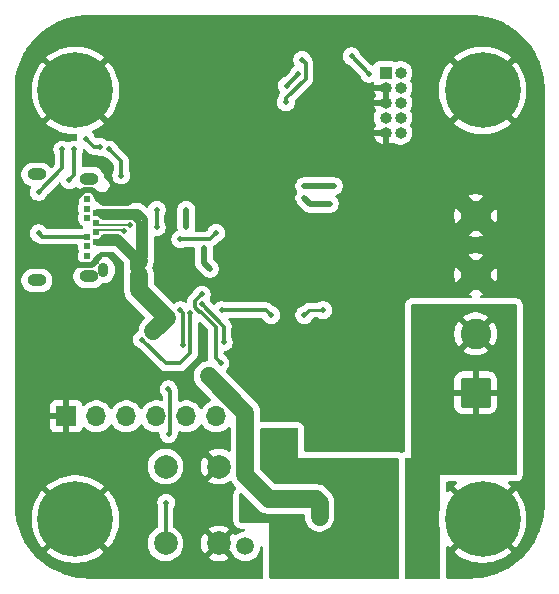
<source format=gbr>
%TF.GenerationSoftware,KiCad,Pcbnew,9.0.0*%
%TF.CreationDate,2025-08-18T11:23:06-07:00*%
%TF.ProjectId,USB_C_Simple_Trig,5553425f-435f-4536-996d-706c655f5472,rev?*%
%TF.SameCoordinates,Original*%
%TF.FileFunction,Copper,L2,Bot*%
%TF.FilePolarity,Positive*%
%FSLAX46Y46*%
G04 Gerber Fmt 4.6, Leading zero omitted, Abs format (unit mm)*
G04 Created by KiCad (PCBNEW 9.0.0) date 2025-08-18 11:23:06*
%MOMM*%
%LPD*%
G01*
G04 APERTURE LIST*
G04 Aperture macros list*
%AMRoundRect*
0 Rectangle with rounded corners*
0 $1 Rounding radius*
0 $2 $3 $4 $5 $6 $7 $8 $9 X,Y pos of 4 corners*
0 Add a 4 corners polygon primitive as box body*
4,1,4,$2,$3,$4,$5,$6,$7,$8,$9,$2,$3,0*
0 Add four circle primitives for the rounded corners*
1,1,$1+$1,$2,$3*
1,1,$1+$1,$4,$5*
1,1,$1+$1,$6,$7*
1,1,$1+$1,$8,$9*
0 Add four rect primitives between the rounded corners*
20,1,$1+$1,$2,$3,$4,$5,0*
20,1,$1+$1,$4,$5,$6,$7,0*
20,1,$1+$1,$6,$7,$8,$9,0*
20,1,$1+$1,$8,$9,$2,$3,0*%
G04 Aperture macros list end*
%TA.AperFunction,ComponentPad*%
%ADD10R,1.000000X1.000000*%
%TD*%
%TA.AperFunction,ComponentPad*%
%ADD11O,1.000000X1.000000*%
%TD*%
%TA.AperFunction,ComponentPad*%
%ADD12C,6.400000*%
%TD*%
%TA.AperFunction,ComponentPad*%
%ADD13C,2.000000*%
%TD*%
%TA.AperFunction,ComponentPad*%
%ADD14O,1.600200X1.016000*%
%TD*%
%TA.AperFunction,ComponentPad*%
%ADD15O,0.914400X1.193800*%
%TD*%
%TA.AperFunction,ComponentPad*%
%ADD16C,0.609600*%
%TD*%
%TA.AperFunction,ComponentPad*%
%ADD17RoundRect,0.250000X1.050000X-1.050000X1.050000X1.050000X-1.050000X1.050000X-1.050000X-1.050000X0*%
%TD*%
%TA.AperFunction,ComponentPad*%
%ADD18C,2.600000*%
%TD*%
%TA.AperFunction,ComponentPad*%
%ADD19R,1.700000X1.700000*%
%TD*%
%TA.AperFunction,ComponentPad*%
%ADD20O,1.700000X1.700000*%
%TD*%
%TA.AperFunction,ViaPad*%
%ADD21C,1.500000*%
%TD*%
%TA.AperFunction,ViaPad*%
%ADD22C,0.500000*%
%TD*%
%TA.AperFunction,ViaPad*%
%ADD23C,0.900000*%
%TD*%
%TA.AperFunction,ViaPad*%
%ADD24C,0.700000*%
%TD*%
%TA.AperFunction,Conductor*%
%ADD25C,1.500000*%
%TD*%
%TA.AperFunction,Conductor*%
%ADD26C,0.300000*%
%TD*%
%TA.AperFunction,Conductor*%
%ADD27C,0.500000*%
%TD*%
%TA.AperFunction,Conductor*%
%ADD28C,0.800000*%
%TD*%
%TA.AperFunction,Conductor*%
%ADD29C,0.550000*%
%TD*%
%TA.AperFunction,Conductor*%
%ADD30C,0.254000*%
%TD*%
%TA.AperFunction,Conductor*%
%ADD31C,0.200000*%
%TD*%
G04 APERTURE END LIST*
D10*
%TO.P,J4,1,VTref*%
%TO.N,+3V3*%
X149375000Y-87920000D03*
D11*
%TO.P,J4,2,SWDIO/TMS*%
%TO.N,/MCU/SWDIO*%
X150645000Y-87920000D03*
%TO.P,J4,3,GND*%
%TO.N,GND*%
X149375000Y-89190000D03*
%TO.P,J4,4,SWCLK/TCK*%
%TO.N,/MCU/SWCLK*%
X150645000Y-89190000D03*
%TO.P,J4,5,GND*%
%TO.N,GND*%
X149375000Y-90460000D03*
%TO.P,J4,6,SWO/TDO*%
%TO.N,unconnected-(J4-SWO{slash}TDO-Pad6)*%
X150645000Y-90460000D03*
%TO.P,J4,7,KEY*%
%TO.N,unconnected-(J4-KEY-Pad7)*%
X149375000Y-91730000D03*
%TO.P,J4,8,NC/TDI*%
%TO.N,unconnected-(J4-NC{slash}TDI-Pad8)*%
X150645000Y-91730000D03*
%TO.P,J4,9,GNDDetect*%
%TO.N,GND*%
X149375000Y-93000000D03*
%TO.P,J4,10,~{RESET}*%
%TO.N,/MCU/NRST*%
X150645000Y-93000000D03*
%TD*%
D12*
%TO.P,H4,1,1*%
%TO.N,GND*%
X123100000Y-125700000D03*
%TD*%
D13*
%TO.P,SW1,1,1*%
%TO.N,GND*%
X135250000Y-121250000D03*
X135250000Y-127750000D03*
%TO.P,SW1,2,2*%
%TO.N,/MCU/NRST*%
X130750000Y-121250000D03*
X130750000Y-127750000D03*
%TD*%
D14*
%TO.P,J1,25*%
%TO.N,N/C*%
X124247400Y-96876201D03*
%TO.P,J1,26*%
X119847400Y-96516199D03*
%TO.P,J1,27*%
X124247400Y-105136199D03*
%TO.P,J1,28*%
X119847400Y-105496201D03*
D15*
%TO.P,J1,29*%
X125487400Y-104606200D03*
D16*
%TO.P,J1,B1,GND*%
%TO.N,GND*%
X124837400Y-103806393D03*
%TO.P,J1,B2,TX2+*%
%TO.N,unconnected-(J1-TX2+-PadB2)*%
X124137400Y-103406267D03*
%TO.P,J1,B3,TX2-*%
%TO.N,unconnected-(J1-TX2--PadB3)*%
X124137400Y-102606141D03*
%TO.P,J1,B4,VBUS*%
%TO.N,VBUS*%
X124837400Y-102206015D03*
%TO.P,J1,B5,CC2*%
%TO.N,/USB_C_IC/CC2*%
X124137400Y-101781389D03*
%TO.P,J1,B6,D+*%
%TO.N,/USB_C_IC/data_+*%
X124837400Y-101418763D03*
%TO.P,J1,B7,D-*%
%TO.N,/USB_C_IC/data_-*%
X124837400Y-100618637D03*
%TO.P,J1,B8,SBU2*%
%TO.N,unconnected-(J1-SBU2-PadB8)*%
X124137400Y-100181011D03*
%TO.P,J1,B9,VBUS*%
%TO.N,VBUS*%
X124837400Y-99806385D03*
%TO.P,J1,B10,RX1-*%
%TO.N,unconnected-(J1-RX1--PadB10)*%
X124137400Y-99406259D03*
%TO.P,J1,B11,RX1+*%
%TO.N,unconnected-(J1-RX1+-PadB11)*%
X124137400Y-98606133D03*
%TO.P,J1,B12,GND*%
%TO.N,GND*%
X124837400Y-98206007D03*
%TD*%
D12*
%TO.P,H3,1,1*%
%TO.N,GND*%
X123100000Y-89400000D03*
%TD*%
D17*
%TO.P,J2,1,Pin_1*%
%TO.N,VOUT*%
X157000000Y-115000000D03*
D18*
%TO.P,J2,2,Pin_2*%
X157000000Y-110000000D03*
%TO.P,J2,3,Pin_3*%
%TO.N,GND*%
X157000000Y-105000000D03*
%TO.P,J2,4,Pin_4*%
X157000000Y-100000000D03*
%TD*%
D19*
%TO.P,J3,1,Pin_1*%
%TO.N,GND*%
X122340000Y-117000000D03*
D20*
%TO.P,J3,2,Pin_2*%
%TO.N,unconnected-(J3-Pin_2-Pad2)*%
X124880000Y-117000000D03*
%TO.P,J3,3,Pin_3*%
%TO.N,unconnected-(J3-Pin_3-Pad3)*%
X127420000Y-117000000D03*
%TO.P,J3,4,Pin_4*%
%TO.N,/MCU/UART_RX*%
X129960000Y-117000000D03*
%TO.P,J3,5,Pin_5*%
%TO.N,/MCU/UART_TX*%
X132500000Y-117000000D03*
%TO.P,J3,6,Pin_6*%
%TO.N,unconnected-(J3-Pin_6-Pad6)*%
X135040000Y-117000000D03*
%TD*%
D12*
%TO.P,H1,1,1*%
%TO.N,GND*%
X157600000Y-89400000D03*
%TD*%
%TO.P,H2,1,1*%
%TO.N,GND*%
X157600000Y-125700000D03*
%TD*%
D21*
%TO.N,VOUT*%
X152000000Y-130000000D03*
X152000000Y-125500000D03*
%TO.N,VBUS*%
X130837500Y-108662500D03*
X129722416Y-109796856D03*
%TO.N,Net-(IC1-VCC)*%
X143800000Y-125500000D03*
X134412500Y-113587500D03*
%TO.N,Net-(Q1-D)*%
X149500000Y-125000000D03*
X142343905Y-129400001D03*
X145000000Y-121700000D03*
X141500000Y-126000000D03*
D22*
%TO.N,GND*%
X126850000Y-98250000D03*
X125157898Y-103400000D03*
X150000000Y-107500000D03*
X126750000Y-97700000D03*
X126650000Y-105550000D03*
X141000000Y-99500000D03*
X123103000Y-104024270D03*
X151000000Y-105500000D03*
X127000000Y-104200000D03*
X136900000Y-93500000D03*
D21*
X144000000Y-119000000D03*
D22*
X123103000Y-103200000D03*
X126729529Y-103794375D03*
X120753000Y-111500000D03*
X137500000Y-109000000D03*
X137750000Y-105925000D03*
D23*
X127400000Y-97750000D03*
D22*
X123150000Y-97950000D03*
D21*
X142500000Y-114500000D03*
D22*
X128000000Y-92500000D03*
X125400000Y-106200000D03*
D24*
X131637500Y-87350000D03*
D23*
X127900000Y-98400000D03*
D22*
X141000000Y-106000000D03*
X126317576Y-97399866D03*
X123150000Y-98950000D03*
X149500000Y-97500000D03*
X126900000Y-104750000D03*
X135000000Y-100500000D03*
D21*
%TO.N,VBUS*%
X128500000Y-105000000D03*
X128500000Y-103850000D03*
D22*
X126946902Y-99679011D03*
%TO.N,+5V*%
X132500000Y-99500000D03*
X132500000Y-101000000D03*
X142500000Y-98500000D03*
X134500000Y-104500000D03*
X144654000Y-99000000D03*
X134000000Y-102725000D03*
%TO.N,+3V3*%
X142500000Y-97500000D03*
X142000000Y-88000000D03*
X145000000Y-97500000D03*
X148000000Y-88000000D03*
X146500000Y-86500000D03*
X141000000Y-89000000D03*
%TO.N,/MCU/STATUS_LED*%
X123000000Y-94400000D03*
X122602000Y-97000000D03*
%TO.N,Net-(IC1-LED)*%
X135500000Y-108000000D03*
X139689468Y-108423000D03*
X128750000Y-110500000D03*
X132854471Y-108250000D03*
%TO.N,Net-(IC1-VOUT)*%
X135673894Y-110733452D03*
X133825735Y-107522794D03*
%TO.N,/MCU/NRST*%
X142325735Y-86825735D03*
X130800000Y-124300000D03*
X140943236Y-90423265D03*
%TO.N,/MCU/I2C_SCL*%
X142500000Y-108423000D03*
X144077000Y-108000000D03*
D21*
%TO.N,Net-(Q1-D)*%
X139500000Y-119500000D03*
D22*
%TO.N,Net-(Q1-G)*%
X132000000Y-108000000D03*
X131000000Y-118500000D03*
X132254471Y-111000000D03*
D21*
X137500000Y-128000000D03*
D22*
X130989381Y-114698000D03*
%TO.N,Net-(IC1-VCC)*%
X133825735Y-106674265D03*
X135400000Y-112500000D03*
%TO.N,/USB_C_IC/CC2*%
X125185202Y-94185201D03*
X126000000Y-94400000D03*
X122000000Y-94400000D03*
X130000000Y-101000000D03*
X132000000Y-102000000D03*
X135043015Y-101456985D03*
X120000000Y-98000000D03*
X124000000Y-93500000D03*
X127000000Y-96617201D03*
X130000000Y-99500000D03*
X120000000Y-101500000D03*
%TO.N,/USB_C_IC/data_-*%
X127774626Y-100833011D03*
%TO.N,/USB_C_IC/data_+*%
X127269003Y-101343698D03*
%TD*%
D25*
%TO.N,VBUS*%
X129722416Y-109777584D02*
X130837500Y-108662500D01*
X129722416Y-109796856D02*
X129722416Y-109777584D01*
X128500000Y-106325000D02*
X128500000Y-105000000D01*
X130837500Y-108662500D02*
X128500000Y-106325000D01*
D26*
%TO.N,Net-(Q1-G)*%
X132254471Y-108254471D02*
X132254471Y-111000000D01*
X132000000Y-108000000D02*
X132254471Y-108254471D01*
%TO.N,Net-(IC1-LED)*%
X130750000Y-112500000D02*
X128750000Y-110500000D01*
X132854471Y-111645529D02*
X132000000Y-112500000D01*
X132854471Y-108250000D02*
X132854471Y-111645529D01*
X132000000Y-112500000D02*
X130750000Y-112500000D01*
%TO.N,Net-(IC1-VCC)*%
X133500000Y-107000000D02*
X133825735Y-106674265D01*
X133224735Y-107771737D02*
X133224735Y-107273851D01*
X133498586Y-107000000D02*
X133500000Y-107000000D01*
X135000000Y-109405581D02*
X133718214Y-108123794D01*
X135000000Y-112100000D02*
X135000000Y-109405581D01*
X133576792Y-108123794D02*
X133224735Y-107771737D01*
X135400000Y-112500000D02*
X135000000Y-112100000D01*
X133718214Y-108123794D02*
X133576792Y-108123794D01*
X133224735Y-107273851D02*
X133498586Y-107000000D01*
%TO.N,Net-(IC1-VOUT)*%
X135673894Y-109426106D02*
X135701470Y-109398530D01*
X135673894Y-110733452D02*
X135673894Y-109426106D01*
X135701470Y-109398530D02*
X133825735Y-107522794D01*
D25*
%TO.N,Net-(IC1-VCC)*%
X137500000Y-116675000D02*
X134412500Y-113587500D01*
X143500000Y-124000000D02*
X139500000Y-124000000D01*
X143800000Y-124300000D02*
X143500000Y-124000000D01*
X143800000Y-125500000D02*
X143800000Y-124300000D01*
X139500000Y-124000000D02*
X137500000Y-122000000D01*
X137500000Y-122000000D02*
X137500000Y-116675000D01*
D27*
%TO.N,GND*%
X124837400Y-103806393D02*
X124837400Y-103720498D01*
X123150000Y-98524670D02*
X123824337Y-97850333D01*
X127400000Y-97750000D02*
X126912600Y-98237400D01*
D28*
X127500000Y-98800000D02*
X125431393Y-98800000D01*
X125431393Y-98800000D02*
X125043200Y-98411807D01*
D27*
X123824337Y-97850333D02*
X124481726Y-97850333D01*
X124481726Y-97850333D02*
X124837400Y-98206007D01*
X124481726Y-104162067D02*
X123240797Y-104162067D01*
X123150000Y-98950000D02*
X123150000Y-98524670D01*
X124837400Y-103720498D02*
X125157898Y-103400000D01*
D28*
X127900000Y-98400000D02*
X127500000Y-98800000D01*
D27*
X123240797Y-104162067D02*
X123103000Y-104024270D01*
D28*
X125043200Y-98411807D02*
X125043200Y-98349626D01*
D27*
X124868793Y-98237400D02*
X124837400Y-98206007D01*
X124837400Y-103806393D02*
X124481726Y-104162067D01*
X126912600Y-98237400D02*
X124868793Y-98237400D01*
D29*
%TO.N,VBUS*%
X124931385Y-102300000D02*
X124837400Y-102206015D01*
X124837400Y-102206015D02*
X124843852Y-102199563D01*
X128500000Y-103850000D02*
X128176720Y-103850000D01*
X126719701Y-101819701D02*
X127300000Y-102400000D01*
X125129366Y-99806385D02*
X124837400Y-99806385D01*
X126626720Y-102300000D02*
X124931385Y-102300000D01*
X128176720Y-103850000D02*
X126626720Y-102300000D01*
X124837400Y-99806385D02*
X124964774Y-99679011D01*
X128000000Y-104500000D02*
X128500000Y-105000000D01*
X128500626Y-100532291D02*
X128075346Y-100107011D01*
X128991165Y-103508835D02*
X128500000Y-104000000D01*
X127342950Y-102400000D02*
X128346475Y-103403525D01*
X124964774Y-99679011D02*
X128379011Y-99679011D01*
X128075346Y-100107011D02*
X125442989Y-100107011D01*
X128000000Y-103750000D02*
X128000000Y-104500000D01*
X125160818Y-102199563D02*
X125540680Y-101819701D01*
X128250000Y-105000000D02*
X128500000Y-105000000D01*
X128500000Y-104000000D02*
X128500000Y-105000000D01*
X128379011Y-99679011D02*
X128991165Y-100291165D01*
X125436490Y-100113510D02*
X125129366Y-99806385D01*
X128500626Y-103849374D02*
X128500626Y-100532291D01*
X125442989Y-100107011D02*
X125436490Y-100113510D01*
X128346475Y-103403525D02*
X128000000Y-103750000D01*
X128991165Y-100291165D02*
X128991165Y-103508835D01*
X125540680Y-101819701D02*
X126719701Y-101819701D01*
X128500000Y-103850000D02*
X128500626Y-103849374D01*
X124843852Y-102199563D02*
X125160818Y-102199563D01*
X127300000Y-102400000D02*
X127342950Y-102400000D01*
D27*
%TO.N,+5V*%
X144654000Y-99000000D02*
X143000000Y-99000000D01*
X134000000Y-104000000D02*
X134500000Y-104500000D01*
X143000000Y-99000000D02*
X142500000Y-98500000D01*
X134000000Y-102725000D02*
X134000000Y-104000000D01*
X132500000Y-99500000D02*
X132500000Y-101000000D01*
D26*
%TO.N,+3V3*%
X142000000Y-88000000D02*
X141000000Y-89000000D01*
X148000000Y-88000000D02*
X146500000Y-86500000D01*
D27*
X145000000Y-97500000D02*
X142500000Y-97500000D01*
D26*
%TO.N,/MCU/STATUS_LED*%
X123000000Y-96602000D02*
X122602000Y-97000000D01*
X123000000Y-94400000D02*
X123000000Y-96602000D01*
%TO.N,Net-(IC1-LED)*%
X139689468Y-108423000D02*
X139266468Y-108000000D01*
X139266468Y-108000000D02*
X135500000Y-108000000D01*
%TO.N,/MCU/NRST*%
X130800000Y-124300000D02*
X130750000Y-124350000D01*
X140943236Y-90056764D02*
X142601000Y-88399000D01*
X130750000Y-124350000D02*
X130750000Y-127750000D01*
X140943236Y-90423265D02*
X140943236Y-90056764D01*
X142601000Y-87101000D02*
X142325735Y-86825735D01*
X142601000Y-88399000D02*
X142601000Y-87101000D01*
D30*
%TO.N,/MCU/I2C_SCL*%
X142923000Y-108000000D02*
X142500000Y-108423000D01*
X144077000Y-108000000D02*
X142923000Y-108000000D01*
D26*
%TO.N,Net-(Q1-G)*%
X130989381Y-114698000D02*
X131161000Y-114869619D01*
X131161000Y-114869619D02*
X131161000Y-118339000D01*
X131161000Y-118339000D02*
X131000000Y-118500000D01*
%TO.N,/USB_C_IC/CC2*%
X124685201Y-94185201D02*
X124000000Y-93500000D01*
X122000000Y-96000000D02*
X120000000Y-98000000D01*
X127000000Y-96617201D02*
X127000000Y-95400000D01*
X130000000Y-101000000D02*
X130000000Y-99500000D01*
X125185202Y-94185201D02*
X124685201Y-94185201D01*
X122000000Y-94400000D02*
X122000000Y-96000000D01*
X135043015Y-101456985D02*
X134500000Y-102000000D01*
X134500000Y-102000000D02*
X132000000Y-102000000D01*
X127000000Y-95400000D02*
X126000000Y-94400000D01*
X120000000Y-101500000D02*
X120281389Y-101781389D01*
X120281389Y-101781389D02*
X124137400Y-101781389D01*
D31*
%TO.N,/USB_C_IC/data_-*%
X127774626Y-100833011D02*
X127651210Y-100833011D01*
X127611898Y-100793699D02*
X125014462Y-100793699D01*
X125014462Y-100793699D02*
X124839400Y-100618637D01*
X127651210Y-100833011D02*
X127611898Y-100793699D01*
%TO.N,/USB_C_IC/data_+*%
X125014462Y-101243701D02*
X124839400Y-101418763D01*
X127269003Y-101343698D02*
X127169006Y-101243701D01*
X127169006Y-101243701D02*
X125014462Y-101243701D01*
%TD*%
%TA.AperFunction,Conductor*%
%TO.N,GND*%
G36*
X156552324Y-83000587D02*
G01*
X156585205Y-83001817D01*
X157016140Y-83017942D01*
X157025356Y-83018632D01*
X157484289Y-83070341D01*
X157493442Y-83071721D01*
X157947224Y-83157581D01*
X157956227Y-83159635D01*
X158402325Y-83279167D01*
X158411182Y-83281899D01*
X158847088Y-83434429D01*
X158855720Y-83437817D01*
X159279008Y-83622496D01*
X159287362Y-83626520D01*
X159695640Y-83842301D01*
X159703671Y-83846937D01*
X160094707Y-84092641D01*
X160102369Y-84097865D01*
X160473949Y-84372104D01*
X160481187Y-84377876D01*
X160831233Y-84679115D01*
X160838030Y-84685422D01*
X161164577Y-85011969D01*
X161170884Y-85018766D01*
X161472118Y-85368806D01*
X161477900Y-85376056D01*
X161752134Y-85747630D01*
X161757358Y-85755292D01*
X162003062Y-86146328D01*
X162007698Y-86154359D01*
X162223479Y-86562637D01*
X162227503Y-86570991D01*
X162412182Y-86994279D01*
X162415570Y-87002911D01*
X162568100Y-87438817D01*
X162570833Y-87447678D01*
X162690358Y-87893750D01*
X162692421Y-87902791D01*
X162778277Y-88356550D01*
X162779659Y-88365719D01*
X162831365Y-88824625D01*
X162832058Y-88833873D01*
X162849412Y-89297673D01*
X162849499Y-89302309D01*
X162849499Y-124439391D01*
X162849412Y-124444027D01*
X162832060Y-124907803D01*
X162831367Y-124917050D01*
X162779662Y-125375957D01*
X162778280Y-125385127D01*
X162692426Y-125838887D01*
X162690363Y-125847927D01*
X162570838Y-126294007D01*
X162568105Y-126302868D01*
X162415577Y-126738772D01*
X162412189Y-126747404D01*
X162227514Y-127170687D01*
X162223490Y-127179042D01*
X162007706Y-127587327D01*
X162003070Y-127595358D01*
X161757367Y-127986394D01*
X161752143Y-127994056D01*
X161477909Y-128365631D01*
X161472128Y-128372880D01*
X161170893Y-128722924D01*
X161164585Y-128729722D01*
X160838039Y-129056269D01*
X160831242Y-129062576D01*
X160481201Y-129363812D01*
X160473951Y-129369594D01*
X160102376Y-129643829D01*
X160094714Y-129649053D01*
X159703678Y-129894758D01*
X159695647Y-129899394D01*
X159287368Y-130115176D01*
X159279014Y-130119200D01*
X158855714Y-130303885D01*
X158847082Y-130307272D01*
X158411203Y-130459794D01*
X158402341Y-130462528D01*
X157956247Y-130582058D01*
X157947207Y-130584121D01*
X157493452Y-130669976D01*
X157484283Y-130671358D01*
X157025373Y-130723065D01*
X157016126Y-130723758D01*
X156553020Y-130741087D01*
X156548383Y-130741174D01*
X154629500Y-130741174D01*
X154562461Y-130721489D01*
X154516706Y-130668685D01*
X154505500Y-130617174D01*
X154505500Y-128108242D01*
X154525185Y-128041203D01*
X154577989Y-127995448D01*
X154647147Y-127985504D01*
X154710703Y-128014529D01*
X154725354Y-128029578D01*
X154811679Y-128134766D01*
X156305747Y-126640697D01*
X156379588Y-126742330D01*
X156557670Y-126920412D01*
X156659301Y-126994251D01*
X155165232Y-128488319D01*
X155165233Y-128488320D01*
X155393249Y-128675448D01*
X155695519Y-128877418D01*
X155695537Y-128877429D01*
X156016130Y-129048790D01*
X156016135Y-129048792D01*
X156352002Y-129187913D01*
X156699898Y-129293446D01*
X156699909Y-129293449D01*
X157056443Y-129364367D01*
X157418234Y-129400000D01*
X157781766Y-129400000D01*
X158143556Y-129364367D01*
X158500090Y-129293449D01*
X158500101Y-129293446D01*
X158847997Y-129187913D01*
X159183864Y-129048792D01*
X159183869Y-129048790D01*
X159504462Y-128877429D01*
X159504480Y-128877418D01*
X159806736Y-128675457D01*
X159806750Y-128675447D01*
X160034765Y-128488320D01*
X160034766Y-128488319D01*
X158540698Y-126994251D01*
X158642330Y-126920412D01*
X158820412Y-126742330D01*
X158894251Y-126640698D01*
X160388319Y-128134766D01*
X160388320Y-128134765D01*
X160575447Y-127906750D01*
X160575457Y-127906736D01*
X160777418Y-127604480D01*
X160777429Y-127604462D01*
X160948790Y-127283869D01*
X160948792Y-127283864D01*
X161087913Y-126947997D01*
X161193446Y-126600101D01*
X161193449Y-126600090D01*
X161264367Y-126243556D01*
X161300000Y-125881765D01*
X161300000Y-125518234D01*
X161264367Y-125156443D01*
X161193449Y-124799909D01*
X161193446Y-124799898D01*
X161087913Y-124452002D01*
X160948792Y-124116135D01*
X160948790Y-124116130D01*
X160777429Y-123795537D01*
X160777418Y-123795519D01*
X160575448Y-123493249D01*
X160388320Y-123265233D01*
X160388319Y-123265232D01*
X158894251Y-124759300D01*
X158820412Y-124657670D01*
X158642330Y-124479588D01*
X158540698Y-124405748D01*
X160034766Y-122911679D01*
X160034765Y-122911678D01*
X159807727Y-122725353D01*
X159768393Y-122667608D01*
X159766522Y-122597763D01*
X159802709Y-122537995D01*
X159865465Y-122507279D01*
X159886392Y-122505500D01*
X160375990Y-122505500D01*
X160376000Y-122505500D01*
X160483456Y-122493947D01*
X160534967Y-122482741D01*
X160569197Y-122471347D01*
X160637497Y-122448616D01*
X160637501Y-122448613D01*
X160637504Y-122448613D01*
X160758543Y-122370825D01*
X160811347Y-122325070D01*
X160905567Y-122216336D01*
X160965338Y-122085459D01*
X160985023Y-122018420D01*
X160985024Y-122018416D01*
X161005500Y-121876000D01*
X161005500Y-107624000D01*
X160993947Y-107516544D01*
X160982741Y-107465033D01*
X160967740Y-107419962D01*
X160948616Y-107362502D01*
X160948613Y-107362496D01*
X160894530Y-107278342D01*
X160870825Y-107241457D01*
X160870820Y-107241451D01*
X160825076Y-107188659D01*
X160825072Y-107188656D01*
X160825070Y-107188653D01*
X160716336Y-107094433D01*
X160716333Y-107094431D01*
X160716331Y-107094430D01*
X160585465Y-107034664D01*
X160585460Y-107034662D01*
X160585459Y-107034662D01*
X160518420Y-107014977D01*
X160518422Y-107014977D01*
X160518417Y-107014976D01*
X160456347Y-107006052D01*
X160376000Y-106994500D01*
X157452961Y-106994500D01*
X157385922Y-106974815D01*
X157340167Y-106922011D01*
X157330223Y-106852853D01*
X157359248Y-106789297D01*
X157418026Y-106751523D01*
X157420868Y-106750725D01*
X157579834Y-106708130D01*
X157627660Y-106688319D01*
X157000001Y-106060660D01*
X157000000Y-106060660D01*
X156372338Y-106688319D01*
X156372338Y-106688320D01*
X156420152Y-106708125D01*
X156420165Y-106708129D01*
X156579133Y-106750725D01*
X156638793Y-106787090D01*
X156669322Y-106849937D01*
X156661027Y-106919313D01*
X156616542Y-106973191D01*
X156549990Y-106994465D01*
X156547039Y-106994500D01*
X151624000Y-106994500D01*
X151623991Y-106994500D01*
X151623990Y-106994501D01*
X151516549Y-107006052D01*
X151516537Y-107006054D01*
X151465027Y-107017260D01*
X151362502Y-107051383D01*
X151362496Y-107051386D01*
X151241462Y-107129171D01*
X151241451Y-107129179D01*
X151188659Y-107174923D01*
X151094433Y-107283664D01*
X151094430Y-107283668D01*
X151034664Y-107414534D01*
X151014976Y-107481582D01*
X151009225Y-107521584D01*
X150994502Y-107623990D01*
X150994500Y-107624001D01*
X150994500Y-119919865D01*
X150989947Y-119935370D01*
X150990390Y-119951525D01*
X150980305Y-119968204D01*
X150974815Y-119986904D01*
X150962212Y-119998130D01*
X150954241Y-120011316D01*
X150934166Y-120023115D01*
X150925085Y-120031205D01*
X150917584Y-120034882D01*
X150867996Y-120051387D01*
X150816777Y-120084302D01*
X150810344Y-120087457D01*
X150782682Y-120092211D01*
X150755757Y-120100117D01*
X150747341Y-120098286D01*
X150741484Y-120099293D01*
X150730432Y-120094607D01*
X150704247Y-120088911D01*
X150585465Y-120034664D01*
X150585460Y-120034662D01*
X150585459Y-120034662D01*
X150518420Y-120014977D01*
X150518422Y-120014977D01*
X150518417Y-120014976D01*
X150470944Y-120008150D01*
X150376000Y-119994500D01*
X150375998Y-119994500D01*
X142629500Y-119994500D01*
X142562461Y-119974815D01*
X142516706Y-119922011D01*
X142505500Y-119870500D01*
X142505500Y-118124010D01*
X142505500Y-118124000D01*
X142493947Y-118016544D01*
X142482741Y-117965033D01*
X142481242Y-117960529D01*
X142448616Y-117862502D01*
X142448613Y-117862496D01*
X142370828Y-117741462D01*
X142370825Y-117741457D01*
X142370820Y-117741451D01*
X142325076Y-117688659D01*
X142325072Y-117688656D01*
X142325070Y-117688653D01*
X142216336Y-117594433D01*
X142216333Y-117594431D01*
X142216331Y-117594430D01*
X142085465Y-117534664D01*
X142085460Y-117534662D01*
X142085459Y-117534662D01*
X142018420Y-117514977D01*
X142018422Y-117514977D01*
X142018417Y-117514976D01*
X141956354Y-117506053D01*
X141876000Y-117494500D01*
X138874500Y-117494500D01*
X138807461Y-117474815D01*
X138761706Y-117422011D01*
X138750500Y-117370500D01*
X138750500Y-116576583D01*
X138741325Y-116518656D01*
X138741325Y-116518655D01*
X138735454Y-116481588D01*
X138719709Y-116382173D01*
X138674518Y-116243092D01*
X138658884Y-116194975D01*
X138569524Y-116019595D01*
X138453828Y-115860354D01*
X138314646Y-115721172D01*
X135864171Y-113270697D01*
X135830686Y-113209374D01*
X135835670Y-113139682D01*
X135874512Y-113087795D01*
X135873708Y-113086815D01*
X135878412Y-113082953D01*
X135878416Y-113082951D01*
X135982951Y-112978416D01*
X136065084Y-112855495D01*
X136121658Y-112718913D01*
X136150500Y-112573918D01*
X136150500Y-112426082D01*
X136150500Y-112426079D01*
X136121659Y-112281092D01*
X136121658Y-112281091D01*
X136121658Y-112281087D01*
X136116809Y-112269380D01*
X136065087Y-112144511D01*
X136065080Y-112144498D01*
X135982951Y-112021584D01*
X135982948Y-112021580D01*
X135878419Y-111917051D01*
X135878415Y-111917048D01*
X135755501Y-111834919D01*
X135755491Y-111834914D01*
X135727047Y-111823132D01*
X135711482Y-111810588D01*
X135693297Y-111802284D01*
X135684832Y-111789113D01*
X135672643Y-111779290D01*
X135666330Y-111760322D01*
X135655523Y-111743506D01*
X135651560Y-111715943D01*
X135650579Y-111712996D01*
X135650500Y-111708571D01*
X135650500Y-111605072D01*
X135670185Y-111538033D01*
X135722989Y-111492278D01*
X135750306Y-111483455D01*
X135892807Y-111455110D01*
X136029389Y-111398536D01*
X136152310Y-111316403D01*
X136256845Y-111211868D01*
X136338978Y-111088947D01*
X136395552Y-110952365D01*
X136424394Y-110807370D01*
X136424394Y-110659534D01*
X136424394Y-110659531D01*
X136395553Y-110514544D01*
X136395552Y-110514543D01*
X136395552Y-110514539D01*
X136338978Y-110377957D01*
X136338977Y-110377956D01*
X136336647Y-110372330D01*
X136337508Y-110371972D01*
X136324394Y-110319612D01*
X136324394Y-109613443D01*
X136326777Y-109589251D01*
X136351970Y-109462601D01*
X136351970Y-109334459D01*
X136326972Y-109208793D01*
X136326971Y-109208787D01*
X136300409Y-109144659D01*
X136277939Y-109090410D01*
X136277937Y-109090407D01*
X136277936Y-109090404D01*
X136276383Y-109088080D01*
X136206748Y-108983862D01*
X136206742Y-108983855D01*
X136085068Y-108862181D01*
X136051583Y-108800858D01*
X136056567Y-108731166D01*
X136098439Y-108675233D01*
X136163903Y-108650816D01*
X136172749Y-108650500D01*
X138888513Y-108650500D01*
X138955552Y-108670185D01*
X139001307Y-108722989D01*
X139003055Y-108727004D01*
X139024381Y-108778488D01*
X139024386Y-108778499D01*
X139106513Y-108901411D01*
X139106519Y-108901419D01*
X139211048Y-109005948D01*
X139211052Y-109005951D01*
X139333966Y-109088080D01*
X139333979Y-109088087D01*
X139434827Y-109129859D01*
X139470555Y-109144658D01*
X139470559Y-109144658D01*
X139470560Y-109144659D01*
X139615547Y-109173500D01*
X139615550Y-109173500D01*
X139763388Y-109173500D01*
X139860930Y-109154096D01*
X139908381Y-109144658D01*
X140044963Y-109088084D01*
X140167884Y-109005951D01*
X140272419Y-108901416D01*
X140354552Y-108778495D01*
X140411126Y-108641913D01*
X140439968Y-108496920D01*
X141749499Y-108496920D01*
X141778340Y-108641907D01*
X141778343Y-108641917D01*
X141834912Y-108778488D01*
X141834919Y-108778501D01*
X141917048Y-108901415D01*
X141917051Y-108901419D01*
X142021580Y-109005948D01*
X142021584Y-109005951D01*
X142144498Y-109088080D01*
X142144511Y-109088087D01*
X142245359Y-109129859D01*
X142281087Y-109144658D01*
X142281091Y-109144658D01*
X142281092Y-109144659D01*
X142426079Y-109173500D01*
X142426082Y-109173500D01*
X142573920Y-109173500D01*
X142671462Y-109154096D01*
X142718913Y-109144658D01*
X142855495Y-109088084D01*
X142978416Y-109005951D01*
X143082951Y-108901416D01*
X143165084Y-108778495D01*
X143188627Y-108721658D01*
X143195921Y-108704048D01*
X143239761Y-108649644D01*
X143306055Y-108627579D01*
X143310482Y-108627500D01*
X143627641Y-108627500D01*
X143694680Y-108647185D01*
X143696525Y-108648393D01*
X143721505Y-108665084D01*
X143858087Y-108721658D01*
X143858091Y-108721658D01*
X143858092Y-108721659D01*
X144003079Y-108750500D01*
X144003082Y-108750500D01*
X144150920Y-108750500D01*
X144268816Y-108727048D01*
X144295913Y-108721658D01*
X144432495Y-108665084D01*
X144555416Y-108582951D01*
X144659951Y-108478416D01*
X144742084Y-108355495D01*
X144798658Y-108218913D01*
X144827500Y-108073918D01*
X144827500Y-107926082D01*
X144827500Y-107926079D01*
X144798659Y-107781092D01*
X144798658Y-107781091D01*
X144798658Y-107781087D01*
X144765627Y-107701342D01*
X144742087Y-107644511D01*
X144742080Y-107644498D01*
X144659951Y-107521584D01*
X144659948Y-107521580D01*
X144555419Y-107417051D01*
X144555415Y-107417048D01*
X144432501Y-107334919D01*
X144432488Y-107334912D01*
X144295917Y-107278343D01*
X144295907Y-107278340D01*
X144150920Y-107249500D01*
X144150918Y-107249500D01*
X144003082Y-107249500D01*
X144003080Y-107249500D01*
X143858092Y-107278340D01*
X143858082Y-107278343D01*
X143721508Y-107334914D01*
X143696531Y-107351603D01*
X143629853Y-107372480D01*
X143627641Y-107372500D01*
X142861195Y-107372500D01*
X142739970Y-107396613D01*
X142739960Y-107396616D01*
X142625773Y-107443913D01*
X142625760Y-107443920D01*
X142522992Y-107512588D01*
X142374034Y-107661546D01*
X142312711Y-107695030D01*
X142310547Y-107695481D01*
X142281089Y-107701341D01*
X142281084Y-107701342D01*
X142144511Y-107757912D01*
X142144498Y-107757919D01*
X142021584Y-107840048D01*
X142021580Y-107840051D01*
X141917051Y-107944580D01*
X141917048Y-107944584D01*
X141834919Y-108067498D01*
X141834912Y-108067511D01*
X141778343Y-108204082D01*
X141778340Y-108204092D01*
X141749500Y-108349079D01*
X141749500Y-108349082D01*
X141749500Y-108496918D01*
X141749500Y-108496920D01*
X141749499Y-108496920D01*
X140439968Y-108496920D01*
X140439968Y-108496918D01*
X140439968Y-108349082D01*
X140439968Y-108349079D01*
X140411127Y-108204092D01*
X140411126Y-108204091D01*
X140411126Y-108204087D01*
X140411124Y-108204082D01*
X140354555Y-108067511D01*
X140354548Y-108067498D01*
X140272419Y-107944584D01*
X140272416Y-107944580D01*
X140167887Y-107840051D01*
X140167883Y-107840048D01*
X140044969Y-107757919D01*
X140044956Y-107757912D01*
X139902754Y-107699011D01*
X139903111Y-107698149D01*
X139856812Y-107670398D01*
X139681142Y-107494727D01*
X139681141Y-107494726D01*
X139681137Y-107494723D01*
X139574595Y-107423535D01*
X139567106Y-107420433D01*
X139456212Y-107374499D01*
X139456206Y-107374497D01*
X139330539Y-107349500D01*
X139330537Y-107349500D01*
X135913840Y-107349500D01*
X135861479Y-107336385D01*
X135861122Y-107337247D01*
X135855495Y-107334916D01*
X135718913Y-107278342D01*
X135718907Y-107278340D01*
X135573920Y-107249500D01*
X135573918Y-107249500D01*
X135426082Y-107249500D01*
X135426080Y-107249500D01*
X135281092Y-107278340D01*
X135281082Y-107278343D01*
X135144511Y-107334912D01*
X135144498Y-107334919D01*
X135021584Y-107417048D01*
X135021580Y-107417051D01*
X134918440Y-107520192D01*
X134910494Y-107524530D01*
X134905069Y-107531778D01*
X134880309Y-107541012D01*
X134857117Y-107553677D01*
X134848087Y-107553031D01*
X134839605Y-107556195D01*
X134813784Y-107550578D01*
X134787425Y-107548693D01*
X134778371Y-107542874D01*
X134771332Y-107541343D01*
X134743078Y-107520192D01*
X134578337Y-107355451D01*
X134550585Y-107309151D01*
X134549724Y-107309509D01*
X134539020Y-107283668D01*
X134490819Y-107167299D01*
X134490818Y-107167297D01*
X134487950Y-107161932D01*
X134489006Y-107161367D01*
X134470021Y-107100751D01*
X134488010Y-107035159D01*
X134487950Y-107035127D01*
X134488091Y-107034861D01*
X134488501Y-107033370D01*
X134490811Y-107029775D01*
X134490821Y-107029755D01*
X134505424Y-106994500D01*
X134547393Y-106893178D01*
X134575571Y-106751523D01*
X134576235Y-106748185D01*
X134576235Y-106600344D01*
X134547394Y-106455357D01*
X134547393Y-106455356D01*
X134547393Y-106455352D01*
X134534165Y-106423417D01*
X134490822Y-106318776D01*
X134490815Y-106318763D01*
X134408686Y-106195849D01*
X134408683Y-106195845D01*
X134304154Y-106091316D01*
X134304150Y-106091313D01*
X134181236Y-106009184D01*
X134181223Y-106009177D01*
X134044652Y-105952608D01*
X134044642Y-105952605D01*
X133899655Y-105923765D01*
X133899653Y-105923765D01*
X133751817Y-105923765D01*
X133751815Y-105923765D01*
X133606827Y-105952605D01*
X133606817Y-105952608D01*
X133470246Y-106009177D01*
X133470233Y-106009184D01*
X133347319Y-106091313D01*
X133347315Y-106091316D01*
X133242786Y-106195845D01*
X133242783Y-106195849D01*
X133160654Y-106318763D01*
X133160649Y-106318772D01*
X133101746Y-106460979D01*
X133100406Y-106460424D01*
X133073748Y-106504890D01*
X132719461Y-106859177D01*
X132668178Y-106935930D01*
X132668176Y-106935932D01*
X132648274Y-106965715D01*
X132648268Y-106965726D01*
X132599234Y-107084106D01*
X132599232Y-107084112D01*
X132574235Y-107209779D01*
X132574235Y-107249085D01*
X132554550Y-107316124D01*
X132501746Y-107361879D01*
X132432588Y-107371823D01*
X132381344Y-107352187D01*
X132355501Y-107334919D01*
X132355488Y-107334912D01*
X132218917Y-107278343D01*
X132218907Y-107278340D01*
X132073920Y-107249500D01*
X132073918Y-107249500D01*
X131926082Y-107249500D01*
X131926080Y-107249500D01*
X131781092Y-107278340D01*
X131781082Y-107278343D01*
X131644511Y-107334912D01*
X131644498Y-107334919D01*
X131521584Y-107417048D01*
X131519996Y-107418352D01*
X131519001Y-107418774D01*
X131516519Y-107420433D01*
X131516204Y-107419962D01*
X131455686Y-107445664D01*
X131386818Y-107433871D01*
X131353652Y-107410178D01*
X129786819Y-105843345D01*
X129753334Y-105782022D01*
X129750500Y-105755664D01*
X129750500Y-104901577D01*
X129719709Y-104707173D01*
X129700510Y-104648087D01*
X129658884Y-104519975D01*
X129658881Y-104519971D01*
X129658881Y-104519968D01*
X129639176Y-104481296D01*
X129626279Y-104412627D01*
X129639176Y-104368704D01*
X129658881Y-104330031D01*
X129658881Y-104330030D01*
X129658884Y-104330025D01*
X129719709Y-104142826D01*
X129727241Y-104095270D01*
X129750500Y-103948422D01*
X129750500Y-103751583D01*
X129746460Y-103726076D01*
X129747316Y-103682486D01*
X129766665Y-103585217D01*
X129766665Y-102073920D01*
X131249499Y-102073920D01*
X131278340Y-102218907D01*
X131278343Y-102218917D01*
X131334912Y-102355488D01*
X131334919Y-102355501D01*
X131417048Y-102478415D01*
X131417051Y-102478419D01*
X131521580Y-102582948D01*
X131521584Y-102582951D01*
X131644498Y-102665080D01*
X131644511Y-102665087D01*
X131781082Y-102721656D01*
X131781087Y-102721658D01*
X131781091Y-102721658D01*
X131781092Y-102721659D01*
X131926079Y-102750500D01*
X131926082Y-102750500D01*
X132073920Y-102750500D01*
X132171462Y-102731096D01*
X132218913Y-102721658D01*
X132355495Y-102665084D01*
X132355496Y-102665083D01*
X132361122Y-102662753D01*
X132361479Y-102663614D01*
X132413840Y-102650500D01*
X133125500Y-102650500D01*
X133192539Y-102670185D01*
X133238294Y-102722989D01*
X133249500Y-102774500D01*
X133249500Y-104073918D01*
X133249500Y-104073920D01*
X133249499Y-104073920D01*
X133278340Y-104218907D01*
X133278343Y-104218917D01*
X133334912Y-104355488D01*
X133334916Y-104355495D01*
X133352423Y-104381696D01*
X133352424Y-104381699D01*
X133417046Y-104478414D01*
X133417052Y-104478421D01*
X134021584Y-105082952D01*
X134021586Y-105082954D01*
X134047056Y-105099971D01*
X134085265Y-105125501D01*
X134144505Y-105165084D01*
X134144507Y-105165085D01*
X134144511Y-105165087D01*
X134233722Y-105202039D01*
X134281087Y-105221658D01*
X134281091Y-105221658D01*
X134281092Y-105221659D01*
X134426079Y-105250500D01*
X134426082Y-105250500D01*
X134573920Y-105250500D01*
X134671462Y-105231096D01*
X134718913Y-105221658D01*
X134796313Y-105189598D01*
X134855491Y-105165086D01*
X134855492Y-105165085D01*
X134855495Y-105165084D01*
X134978416Y-105082952D01*
X135082952Y-104978416D01*
X135147365Y-104882014D01*
X155200000Y-104882014D01*
X155200000Y-105117985D01*
X155230798Y-105351912D01*
X155291871Y-105579837D01*
X155311678Y-105627660D01*
X155311679Y-105627660D01*
X155939340Y-105000000D01*
X155939340Y-104999999D01*
X155875322Y-104935981D01*
X156350000Y-104935981D01*
X156350000Y-105064019D01*
X156374979Y-105189598D01*
X156423978Y-105307890D01*
X156495112Y-105414351D01*
X156585649Y-105504888D01*
X156692110Y-105576022D01*
X156810402Y-105625021D01*
X156935981Y-105650000D01*
X157064019Y-105650000D01*
X157189598Y-105625021D01*
X157307890Y-105576022D01*
X157414351Y-105504888D01*
X157504888Y-105414351D01*
X157576022Y-105307890D01*
X157625021Y-105189598D01*
X157650000Y-105064019D01*
X157650000Y-104999999D01*
X158060660Y-104999999D01*
X158060660Y-105000000D01*
X158688319Y-105627660D01*
X158708130Y-105579834D01*
X158769200Y-105351914D01*
X158799999Y-105117985D01*
X158800000Y-105117971D01*
X158800000Y-104882028D01*
X158799999Y-104882014D01*
X158769201Y-104648087D01*
X158708129Y-104420165D01*
X158708125Y-104420152D01*
X158688320Y-104372338D01*
X158688319Y-104372338D01*
X158060660Y-104999999D01*
X157650000Y-104999999D01*
X157650000Y-104935981D01*
X157625021Y-104810402D01*
X157576022Y-104692110D01*
X157504888Y-104585649D01*
X157414351Y-104495112D01*
X157307890Y-104423978D01*
X157189598Y-104374979D01*
X157064019Y-104350000D01*
X156935981Y-104350000D01*
X156810402Y-104374979D01*
X156692110Y-104423978D01*
X156585649Y-104495112D01*
X156495112Y-104585649D01*
X156423978Y-104692110D01*
X156374979Y-104810402D01*
X156350000Y-104935981D01*
X155875322Y-104935981D01*
X155311679Y-104372338D01*
X155291872Y-104420159D01*
X155291868Y-104420170D01*
X155230798Y-104648087D01*
X155200000Y-104882014D01*
X135147365Y-104882014D01*
X135165084Y-104855495D01*
X135221658Y-104718913D01*
X135248167Y-104585649D01*
X135250500Y-104573920D01*
X135250500Y-104426082D01*
X135250499Y-104426081D01*
X135238815Y-104367337D01*
X135235933Y-104352848D01*
X135221660Y-104281093D01*
X135221657Y-104281084D01*
X135165086Y-104144509D01*
X135165085Y-104144507D01*
X135161147Y-104138614D01*
X135132186Y-104095270D01*
X135117921Y-104073920D01*
X135082956Y-104021589D01*
X135082952Y-104021584D01*
X134786819Y-103725451D01*
X134753334Y-103664128D01*
X134750500Y-103637770D01*
X134750500Y-103311679D01*
X156372338Y-103311679D01*
X157000000Y-103939340D01*
X157000001Y-103939340D01*
X157627660Y-103311679D01*
X157627660Y-103311678D01*
X157579837Y-103291871D01*
X157351912Y-103230798D01*
X157117985Y-103200000D01*
X156882014Y-103200000D01*
X156648087Y-103230798D01*
X156420170Y-103291868D01*
X156420159Y-103291872D01*
X156372338Y-103311679D01*
X134750500Y-103311679D01*
X134750500Y-102681249D01*
X134770185Y-102614210D01*
X134805613Y-102578145D01*
X134822445Y-102566899D01*
X134891534Y-102520734D01*
X134914669Y-102505277D01*
X135210358Y-102209585D01*
X135256658Y-102181841D01*
X135256299Y-102180975D01*
X135309842Y-102158796D01*
X135398510Y-102122069D01*
X135521431Y-102039936D01*
X135625966Y-101935401D01*
X135708099Y-101812480D01*
X135759528Y-101688319D01*
X156372338Y-101688319D01*
X156372338Y-101688320D01*
X156420152Y-101708125D01*
X156420165Y-101708129D01*
X156648087Y-101769201D01*
X156882014Y-101799999D01*
X156882029Y-101800000D01*
X157117971Y-101800000D01*
X157117985Y-101799999D01*
X157351914Y-101769200D01*
X157579834Y-101708130D01*
X157627660Y-101688319D01*
X157000001Y-101060660D01*
X157000000Y-101060660D01*
X156372338Y-101688319D01*
X135759528Y-101688319D01*
X135764673Y-101675898D01*
X135793515Y-101530903D01*
X135793515Y-101383067D01*
X135793515Y-101383064D01*
X135764674Y-101238077D01*
X135764673Y-101238076D01*
X135764673Y-101238072D01*
X135725919Y-101144511D01*
X135708102Y-101101496D01*
X135708095Y-101101483D01*
X135625966Y-100978569D01*
X135625963Y-100978565D01*
X135521434Y-100874036D01*
X135521430Y-100874033D01*
X135398516Y-100791904D01*
X135398503Y-100791897D01*
X135261932Y-100735328D01*
X135261922Y-100735325D01*
X135116935Y-100706485D01*
X135116933Y-100706485D01*
X134969097Y-100706485D01*
X134969095Y-100706485D01*
X134824107Y-100735325D01*
X134824097Y-100735328D01*
X134687526Y-100791897D01*
X134687513Y-100791904D01*
X134564599Y-100874033D01*
X134564595Y-100874036D01*
X134460066Y-100978565D01*
X134460063Y-100978569D01*
X134377934Y-101101483D01*
X134377927Y-101101496D01*
X134319026Y-101243699D01*
X134318164Y-101243342D01*
X134313965Y-101250348D01*
X134311565Y-101261384D01*
X134290415Y-101289638D01*
X134266875Y-101313179D01*
X134205553Y-101346666D01*
X134179192Y-101349500D01*
X133346777Y-101349500D01*
X133279738Y-101329815D01*
X133233983Y-101277011D01*
X133224039Y-101207853D01*
X133225160Y-101201308D01*
X133250500Y-101073920D01*
X133250500Y-99882014D01*
X155200000Y-99882014D01*
X155200000Y-100117985D01*
X155230798Y-100351912D01*
X155291871Y-100579837D01*
X155311678Y-100627660D01*
X155311679Y-100627660D01*
X155939340Y-100000000D01*
X155939340Y-99999999D01*
X155875322Y-99935981D01*
X156350000Y-99935981D01*
X156350000Y-100064019D01*
X156374979Y-100189598D01*
X156423978Y-100307890D01*
X156495112Y-100414351D01*
X156585649Y-100504888D01*
X156692110Y-100576022D01*
X156810402Y-100625021D01*
X156935981Y-100650000D01*
X157064019Y-100650000D01*
X157189598Y-100625021D01*
X157307890Y-100576022D01*
X157414351Y-100504888D01*
X157504888Y-100414351D01*
X157576022Y-100307890D01*
X157625021Y-100189598D01*
X157650000Y-100064019D01*
X157650000Y-99999999D01*
X158060660Y-99999999D01*
X158060660Y-100000000D01*
X158688319Y-100627660D01*
X158708130Y-100579834D01*
X158769200Y-100351914D01*
X158799999Y-100117985D01*
X158800000Y-100117971D01*
X158800000Y-99882028D01*
X158799999Y-99882014D01*
X158769201Y-99648087D01*
X158708129Y-99420165D01*
X158708125Y-99420152D01*
X158688320Y-99372338D01*
X158688319Y-99372338D01*
X158060660Y-99999999D01*
X157650000Y-99999999D01*
X157650000Y-99935981D01*
X157625021Y-99810402D01*
X157576022Y-99692110D01*
X157504888Y-99585649D01*
X157414351Y-99495112D01*
X157307890Y-99423978D01*
X157189598Y-99374979D01*
X157064019Y-99350000D01*
X156935981Y-99350000D01*
X156810402Y-99374979D01*
X156692110Y-99423978D01*
X156585649Y-99495112D01*
X156495112Y-99585649D01*
X156423978Y-99692110D01*
X156374979Y-99810402D01*
X156350000Y-99935981D01*
X155875322Y-99935981D01*
X155311679Y-99372338D01*
X155291872Y-99420159D01*
X155291868Y-99420170D01*
X155230798Y-99648087D01*
X155200000Y-99882014D01*
X133250500Y-99882014D01*
X133250500Y-99426079D01*
X133221659Y-99281092D01*
X133221658Y-99281091D01*
X133221658Y-99281087D01*
X133209375Y-99251432D01*
X133165087Y-99144511D01*
X133165080Y-99144498D01*
X133082951Y-99021584D01*
X133082948Y-99021580D01*
X132978419Y-98917051D01*
X132978415Y-98917048D01*
X132855501Y-98834919D01*
X132855488Y-98834912D01*
X132718917Y-98778343D01*
X132718907Y-98778340D01*
X132573920Y-98749500D01*
X132573918Y-98749500D01*
X132426082Y-98749500D01*
X132426080Y-98749500D01*
X132281092Y-98778340D01*
X132281082Y-98778343D01*
X132144511Y-98834912D01*
X132144498Y-98834919D01*
X132021584Y-98917048D01*
X132021580Y-98917051D01*
X131917051Y-99021580D01*
X131917048Y-99021584D01*
X131834919Y-99144498D01*
X131834912Y-99144511D01*
X131778343Y-99281082D01*
X131778340Y-99281092D01*
X131749500Y-99426079D01*
X131749500Y-99426082D01*
X131749500Y-101073918D01*
X131749500Y-101073920D01*
X131749499Y-101073920D01*
X131769618Y-101175058D01*
X131763391Y-101244650D01*
X131720528Y-101299827D01*
X131695456Y-101313810D01*
X131644510Y-101334913D01*
X131644498Y-101334919D01*
X131521584Y-101417048D01*
X131521580Y-101417051D01*
X131417051Y-101521580D01*
X131417048Y-101521584D01*
X131334919Y-101644498D01*
X131334912Y-101644511D01*
X131278343Y-101781082D01*
X131278340Y-101781092D01*
X131249500Y-101926079D01*
X131249500Y-101926082D01*
X131249500Y-102073918D01*
X131249500Y-102073920D01*
X131249499Y-102073920D01*
X129766665Y-102073920D01*
X129766665Y-101869884D01*
X129786350Y-101802845D01*
X129839154Y-101757090D01*
X129908312Y-101747146D01*
X129914861Y-101748268D01*
X129926079Y-101750500D01*
X129926082Y-101750500D01*
X130073920Y-101750500D01*
X130171462Y-101731096D01*
X130218913Y-101721658D01*
X130355495Y-101665084D01*
X130478416Y-101582951D01*
X130582951Y-101478416D01*
X130665084Y-101355495D01*
X130721658Y-101218913D01*
X130736459Y-101144505D01*
X130750500Y-101073920D01*
X130750500Y-100926079D01*
X130721659Y-100781092D01*
X130721658Y-100781091D01*
X130721658Y-100781087D01*
X130665084Y-100644505D01*
X130665083Y-100644504D01*
X130662753Y-100638878D01*
X130663614Y-100638520D01*
X130650500Y-100586160D01*
X130650500Y-99913840D01*
X130663616Y-99861481D01*
X130662753Y-99861124D01*
X130710362Y-99746183D01*
X130721658Y-99718913D01*
X130748703Y-99582952D01*
X130750500Y-99573920D01*
X130750500Y-99426079D01*
X130721659Y-99281092D01*
X130721658Y-99281091D01*
X130721658Y-99281087D01*
X130709375Y-99251432D01*
X130665087Y-99144511D01*
X130665080Y-99144498D01*
X130582951Y-99021584D01*
X130582948Y-99021580D01*
X130478419Y-98917051D01*
X130478415Y-98917048D01*
X130355501Y-98834919D01*
X130355488Y-98834912D01*
X130218917Y-98778343D01*
X130218907Y-98778340D01*
X130073920Y-98749500D01*
X130073918Y-98749500D01*
X129926082Y-98749500D01*
X129926080Y-98749500D01*
X129781092Y-98778340D01*
X129781082Y-98778343D01*
X129644511Y-98834912D01*
X129644498Y-98834919D01*
X129521584Y-98917048D01*
X129521580Y-98917051D01*
X129417051Y-99021580D01*
X129417048Y-99021584D01*
X129334919Y-99144498D01*
X129334914Y-99144508D01*
X129290625Y-99251432D01*
X129246784Y-99305835D01*
X129180490Y-99327900D01*
X129112790Y-99310621D01*
X129088383Y-99291660D01*
X128873366Y-99076643D01*
X128873362Y-99076640D01*
X128746354Y-98991775D01*
X128746345Y-98991770D01*
X128605216Y-98933313D01*
X128605208Y-98933311D01*
X128455395Y-98903511D01*
X128455391Y-98903511D01*
X125232713Y-98903511D01*
X125165674Y-98883826D01*
X125145032Y-98867192D01*
X124979019Y-98701179D01*
X124945534Y-98639856D01*
X124942700Y-98613498D01*
X124942700Y-98526817D01*
X124942699Y-98526813D01*
X124916148Y-98393330D01*
X124952504Y-98378272D01*
X125009665Y-98321111D01*
X125040600Y-98246426D01*
X125040600Y-98165588D01*
X125009665Y-98090903D01*
X125003293Y-98084531D01*
X125057510Y-98088409D01*
X125101857Y-98116910D01*
X125556919Y-98571974D01*
X125611271Y-98440758D01*
X125611273Y-98440750D01*
X125642199Y-98285277D01*
X125642200Y-98285275D01*
X125642200Y-98126738D01*
X125642199Y-98126736D01*
X125624329Y-98036895D01*
X125630556Y-97967304D01*
X125673419Y-97912126D01*
X125685535Y-97905372D01*
X125685203Y-97904797D01*
X125720010Y-97884701D01*
X125813257Y-97830865D01*
X125912065Y-97732057D01*
X125981933Y-97611042D01*
X125991880Y-97573920D01*
X141749499Y-97573920D01*
X141778340Y-97718907D01*
X141778343Y-97718917D01*
X141834912Y-97855488D01*
X141834919Y-97855501D01*
X141885439Y-97931109D01*
X141891411Y-97950182D01*
X141901916Y-97967186D01*
X141901637Y-97982842D01*
X141906317Y-97997787D01*
X141901029Y-98017061D01*
X141900674Y-98037044D01*
X141888652Y-98062174D01*
X141887832Y-98065167D01*
X141885444Y-98068883D01*
X141880384Y-98076457D01*
X141880379Y-98076465D01*
X141834919Y-98144499D01*
X141834912Y-98144511D01*
X141778343Y-98281082D01*
X141778340Y-98281092D01*
X141749500Y-98426079D01*
X141749500Y-98426082D01*
X141749500Y-98573918D01*
X141749500Y-98573920D01*
X141749499Y-98573920D01*
X141778340Y-98718907D01*
X141778343Y-98718917D01*
X141834913Y-98855489D01*
X141834914Y-98855491D01*
X141834916Y-98855495D01*
X141847613Y-98874498D01*
X141847614Y-98874500D01*
X141917046Y-98978414D01*
X141917052Y-98978421D01*
X142521584Y-99582952D01*
X142521586Y-99582954D01*
X142525620Y-99585649D01*
X142575773Y-99619159D01*
X142644505Y-99665084D01*
X142644506Y-99665084D01*
X142644507Y-99665085D01*
X142781082Y-99721656D01*
X142781087Y-99721658D01*
X142781091Y-99721658D01*
X142781092Y-99721659D01*
X142926079Y-99750500D01*
X142926082Y-99750500D01*
X144727920Y-99750500D01*
X144825462Y-99731096D01*
X144872913Y-99721658D01*
X145009495Y-99665084D01*
X145132416Y-99582951D01*
X145236951Y-99478416D01*
X145319084Y-99355495D01*
X145375658Y-99218913D01*
X145390458Y-99144511D01*
X145404500Y-99073920D01*
X145404500Y-98926079D01*
X145375659Y-98781092D01*
X145375658Y-98781091D01*
X145375658Y-98781087D01*
X145374520Y-98778340D01*
X145319087Y-98644511D01*
X145319080Y-98644498D01*
X145236951Y-98521584D01*
X145236948Y-98521580D01*
X145147834Y-98432466D01*
X145114349Y-98371143D01*
X145118602Y-98311679D01*
X156372338Y-98311679D01*
X157000000Y-98939340D01*
X157000001Y-98939340D01*
X157627660Y-98311679D01*
X157627660Y-98311678D01*
X157579837Y-98291871D01*
X157351912Y-98230798D01*
X157117985Y-98200000D01*
X156882014Y-98200000D01*
X156648087Y-98230798D01*
X156420170Y-98291868D01*
X156420159Y-98291872D01*
X156372338Y-98311679D01*
X145118602Y-98311679D01*
X145119333Y-98301451D01*
X145161205Y-98245518D01*
X145211324Y-98223168D01*
X145214460Y-98222543D01*
X145218913Y-98221658D01*
X145355495Y-98165084D01*
X145478416Y-98082951D01*
X145582951Y-97978416D01*
X145665084Y-97855495D01*
X145721658Y-97718913D01*
X145743115Y-97611044D01*
X145750500Y-97573920D01*
X145750500Y-97426079D01*
X145721659Y-97281092D01*
X145721658Y-97281091D01*
X145721658Y-97281087D01*
X145695905Y-97218913D01*
X145665087Y-97144511D01*
X145665080Y-97144498D01*
X145582951Y-97021584D01*
X145582948Y-97021580D01*
X145478419Y-96917051D01*
X145478415Y-96917048D01*
X145355501Y-96834919D01*
X145355488Y-96834912D01*
X145218917Y-96778343D01*
X145218907Y-96778340D01*
X145073920Y-96749500D01*
X145073918Y-96749500D01*
X142426082Y-96749500D01*
X142426080Y-96749500D01*
X142281092Y-96778340D01*
X142281082Y-96778343D01*
X142144511Y-96834912D01*
X142144498Y-96834919D01*
X142021584Y-96917048D01*
X142021580Y-96917051D01*
X141917051Y-97021580D01*
X141917048Y-97021584D01*
X141834919Y-97144498D01*
X141834912Y-97144511D01*
X141778343Y-97281082D01*
X141778340Y-97281092D01*
X141749500Y-97426079D01*
X141749500Y-97426082D01*
X141749500Y-97573918D01*
X141749500Y-97573920D01*
X141749499Y-97573920D01*
X125991880Y-97573920D01*
X126018100Y-97476068D01*
X126018100Y-97336332D01*
X125981933Y-97201358D01*
X125981932Y-97201357D01*
X125981932Y-97201355D01*
X125981931Y-97201354D01*
X125961175Y-97165404D01*
X125912065Y-97080343D01*
X125813257Y-96981535D01*
X125777303Y-96960777D01*
X125692245Y-96911668D01*
X125692238Y-96911665D01*
X125639905Y-96897642D01*
X125580245Y-96861277D01*
X125549717Y-96798429D01*
X125548000Y-96777868D01*
X125548000Y-96776871D01*
X125547999Y-96776867D01*
X125530943Y-96691119D01*
X125509244Y-96582032D01*
X125433221Y-96398497D01*
X125433220Y-96398496D01*
X125433217Y-96398490D01*
X125322853Y-96233320D01*
X125322850Y-96233316D01*
X125182384Y-96092850D01*
X125182380Y-96092847D01*
X125017210Y-95982483D01*
X125017201Y-95982478D01*
X124833669Y-95906457D01*
X124833661Y-95906455D01*
X124638833Y-95867701D01*
X124638829Y-95867701D01*
X123855971Y-95867701D01*
X123855966Y-95867701D01*
X123798691Y-95879094D01*
X123729099Y-95872867D01*
X123673922Y-95830003D01*
X123650678Y-95764114D01*
X123650500Y-95757477D01*
X123650500Y-94813840D01*
X123663616Y-94761481D01*
X123662753Y-94761124D01*
X123721656Y-94618917D01*
X123721658Y-94618913D01*
X123750500Y-94473918D01*
X123750500Y-94469808D01*
X123770185Y-94402769D01*
X123822989Y-94357014D01*
X123892147Y-94347070D01*
X123955703Y-94376095D01*
X123962181Y-94382127D01*
X124270526Y-94690473D01*
X124270532Y-94690478D01*
X124377075Y-94761667D01*
X124446422Y-94790390D01*
X124495457Y-94810702D01*
X124495460Y-94810702D01*
X124495461Y-94810703D01*
X124621129Y-94835701D01*
X124621132Y-94835701D01*
X124771362Y-94835701D01*
X124823722Y-94848815D01*
X124824080Y-94847954D01*
X124829706Y-94850284D01*
X124829707Y-94850285D01*
X124966289Y-94906859D01*
X124966293Y-94906859D01*
X124966294Y-94906860D01*
X125111281Y-94935701D01*
X125111284Y-94935701D01*
X125259122Y-94935701D01*
X125373620Y-94912925D01*
X125443211Y-94919152D01*
X125485493Y-94946861D01*
X125521580Y-94982948D01*
X125521584Y-94982951D01*
X125644498Y-95065080D01*
X125644511Y-95065087D01*
X125786715Y-95123989D01*
X125786357Y-95124853D01*
X125832655Y-95152601D01*
X126313181Y-95633127D01*
X126346666Y-95694450D01*
X126349500Y-95720808D01*
X126349500Y-96203361D01*
X126336385Y-96255721D01*
X126337247Y-96256079D01*
X126278342Y-96398287D01*
X126278340Y-96398293D01*
X126249500Y-96543280D01*
X126249500Y-96543283D01*
X126249500Y-96691119D01*
X126249500Y-96691121D01*
X126249499Y-96691121D01*
X126278340Y-96836108D01*
X126278343Y-96836118D01*
X126334912Y-96972689D01*
X126334919Y-96972702D01*
X126417048Y-97095616D01*
X126417051Y-97095620D01*
X126521580Y-97200149D01*
X126521584Y-97200152D01*
X126644498Y-97282281D01*
X126644511Y-97282288D01*
X126781082Y-97338857D01*
X126781087Y-97338859D01*
X126781091Y-97338859D01*
X126781092Y-97338860D01*
X126926079Y-97367701D01*
X126926082Y-97367701D01*
X127073920Y-97367701D01*
X127171462Y-97348297D01*
X127218913Y-97338859D01*
X127355495Y-97282285D01*
X127478416Y-97200152D01*
X127582951Y-97095617D01*
X127665084Y-96972696D01*
X127721658Y-96836114D01*
X127733442Y-96776872D01*
X127750500Y-96691121D01*
X127750500Y-96543280D01*
X127721659Y-96398293D01*
X127721658Y-96398292D01*
X127721658Y-96398288D01*
X127665084Y-96261706D01*
X127665083Y-96261705D01*
X127662753Y-96256079D01*
X127663614Y-96255721D01*
X127650500Y-96203361D01*
X127650500Y-95335928D01*
X127625502Y-95210261D01*
X127625501Y-95210260D01*
X127625501Y-95210256D01*
X127600749Y-95150500D01*
X127576466Y-95091874D01*
X127505277Y-94985331D01*
X127505272Y-94985325D01*
X126752601Y-94232655D01*
X126724853Y-94186357D01*
X126723989Y-94186715D01*
X126665087Y-94044511D01*
X126665080Y-94044498D01*
X126582951Y-93921584D01*
X126582948Y-93921580D01*
X126478419Y-93817051D01*
X126478415Y-93817048D01*
X126355501Y-93734919D01*
X126355488Y-93734912D01*
X126218917Y-93678343D01*
X126218907Y-93678340D01*
X126073920Y-93649500D01*
X126073918Y-93649500D01*
X125926082Y-93649500D01*
X125926077Y-93649500D01*
X125811580Y-93672275D01*
X125741988Y-93666048D01*
X125699708Y-93638339D01*
X125663621Y-93602252D01*
X125663617Y-93602249D01*
X125540703Y-93520120D01*
X125540690Y-93520113D01*
X125404119Y-93463544D01*
X125404109Y-93463541D01*
X125259122Y-93434701D01*
X125259120Y-93434701D01*
X125111284Y-93434701D01*
X125111281Y-93434701D01*
X124962231Y-93464349D01*
X124954324Y-93463641D01*
X124946886Y-93466416D01*
X124920022Y-93460572D01*
X124892640Y-93458122D01*
X124884630Y-93452873D01*
X124878613Y-93451564D01*
X124850359Y-93430413D01*
X124752601Y-93332655D01*
X124724854Y-93286358D01*
X124723989Y-93286717D01*
X124721659Y-93281092D01*
X124721658Y-93281087D01*
X124708781Y-93250000D01*
X148405138Y-93250000D01*
X148413430Y-93291690D01*
X148413430Y-93291692D01*
X148488807Y-93473671D01*
X148488814Y-93473684D01*
X148598248Y-93637462D01*
X148598251Y-93637466D01*
X148737533Y-93776748D01*
X148737537Y-93776751D01*
X148901315Y-93886185D01*
X148901328Y-93886192D01*
X149083308Y-93961569D01*
X149125000Y-93969862D01*
X149125000Y-93250000D01*
X148405138Y-93250000D01*
X124708781Y-93250000D01*
X124687886Y-93199554D01*
X124665087Y-93144510D01*
X124665080Y-93144498D01*
X124582951Y-93021584D01*
X124582948Y-93021580D01*
X124550840Y-92989472D01*
X124517355Y-92928149D01*
X124522339Y-92858457D01*
X124564211Y-92802524D01*
X124591069Y-92787230D01*
X124683857Y-92748795D01*
X124683869Y-92748790D01*
X125004462Y-92577429D01*
X125004480Y-92577418D01*
X125306736Y-92375457D01*
X125306750Y-92375447D01*
X125534765Y-92188320D01*
X125534766Y-92188319D01*
X124040698Y-90694251D01*
X124142330Y-90620412D01*
X124320412Y-90442330D01*
X124394251Y-90340698D01*
X125888319Y-91834766D01*
X125888320Y-91834765D01*
X126075447Y-91606750D01*
X126075457Y-91606736D01*
X126277418Y-91304480D01*
X126277429Y-91304462D01*
X126448790Y-90983869D01*
X126448792Y-90983864D01*
X126587913Y-90647997D01*
X126633662Y-90497185D01*
X140192735Y-90497185D01*
X140221576Y-90642172D01*
X140221579Y-90642182D01*
X140278148Y-90778753D01*
X140278155Y-90778766D01*
X140360284Y-90901680D01*
X140360287Y-90901684D01*
X140464816Y-91006213D01*
X140464820Y-91006216D01*
X140587734Y-91088345D01*
X140587747Y-91088352D01*
X140724318Y-91144921D01*
X140724323Y-91144923D01*
X140724327Y-91144923D01*
X140724328Y-91144924D01*
X140869315Y-91173765D01*
X140869318Y-91173765D01*
X141017156Y-91173765D01*
X141114698Y-91154361D01*
X141162149Y-91144923D01*
X141289103Y-91092337D01*
X141298724Y-91088352D01*
X141298724Y-91088351D01*
X141298731Y-91088349D01*
X141421652Y-91006216D01*
X141526187Y-90901681D01*
X141608320Y-90778760D01*
X141664894Y-90642178D01*
X141676179Y-90585445D01*
X141693736Y-90497185D01*
X141693736Y-90349347D01*
X141690793Y-90334555D01*
X141686236Y-90311645D01*
X141692462Y-90242056D01*
X141713469Y-90210000D01*
X148405138Y-90210000D01*
X149125000Y-90210000D01*
X149125000Y-89440000D01*
X148405138Y-89440000D01*
X148413430Y-89481690D01*
X148413430Y-89481692D01*
X148488807Y-89663671D01*
X148488814Y-89663684D01*
X148550571Y-89756109D01*
X148571449Y-89822786D01*
X148552965Y-89890167D01*
X148550571Y-89893891D01*
X148488814Y-89986315D01*
X148488807Y-89986328D01*
X148413430Y-90168307D01*
X148413430Y-90168309D01*
X148405138Y-90210000D01*
X141713469Y-90210000D01*
X141720170Y-90199774D01*
X143106276Y-88813670D01*
X143177465Y-88707127D01*
X143226501Y-88588744D01*
X143227074Y-88585858D01*
X143227654Y-88582949D01*
X143227654Y-88582945D01*
X143251500Y-88463069D01*
X143251500Y-87036931D01*
X143251500Y-87036928D01*
X143226502Y-86911261D01*
X143226501Y-86911260D01*
X143226501Y-86911256D01*
X143177465Y-86792873D01*
X143177463Y-86792870D01*
X143158878Y-86765055D01*
X143158873Y-86765049D01*
X143156613Y-86761666D01*
X143106276Y-86686330D01*
X143072595Y-86652649D01*
X143067654Y-86646212D01*
X143061497Y-86630294D01*
X143050588Y-86612092D01*
X143049724Y-86612450D01*
X143033765Y-86573920D01*
X145749499Y-86573920D01*
X145778340Y-86718907D01*
X145778343Y-86718917D01*
X145834912Y-86855488D01*
X145834919Y-86855501D01*
X145917048Y-86978415D01*
X145917051Y-86978419D01*
X146021580Y-87082948D01*
X146021584Y-87082951D01*
X146144498Y-87165080D01*
X146144511Y-87165087D01*
X146212523Y-87193258D01*
X146278605Y-87220630D01*
X146286715Y-87223989D01*
X146286357Y-87224853D01*
X146332655Y-87252601D01*
X147247398Y-88167344D01*
X147275149Y-88213643D01*
X147276011Y-88213286D01*
X147334912Y-88355488D01*
X147334919Y-88355501D01*
X147417048Y-88478415D01*
X147417051Y-88478419D01*
X147521580Y-88582948D01*
X147521584Y-88582951D01*
X147644498Y-88665080D01*
X147644511Y-88665087D01*
X147746006Y-88707127D01*
X147781087Y-88721658D01*
X147781091Y-88721658D01*
X147781092Y-88721659D01*
X147926079Y-88750500D01*
X147926082Y-88750500D01*
X148073920Y-88750500D01*
X148171462Y-88731096D01*
X148218913Y-88721658D01*
X148265466Y-88702374D01*
X148334934Y-88694906D01*
X148397413Y-88726181D01*
X148433066Y-88786269D01*
X148430573Y-88856095D01*
X148427480Y-88864387D01*
X148413431Y-88898305D01*
X148413430Y-88898307D01*
X148405138Y-88940000D01*
X149165382Y-88940000D01*
X149114936Y-88990446D01*
X149072149Y-89064555D01*
X149050000Y-89147213D01*
X149050000Y-89232787D01*
X149072149Y-89315445D01*
X149114936Y-89389554D01*
X149175446Y-89450064D01*
X149249555Y-89492851D01*
X149332213Y-89515000D01*
X149417787Y-89515000D01*
X149500445Y-89492851D01*
X149574554Y-89450064D01*
X149625000Y-89399618D01*
X149625000Y-90250382D01*
X149574554Y-90199936D01*
X149500445Y-90157149D01*
X149417787Y-90135000D01*
X149332213Y-90135000D01*
X149249555Y-90157149D01*
X149175446Y-90199936D01*
X149114936Y-90260446D01*
X149072149Y-90334555D01*
X149050000Y-90417213D01*
X149050000Y-90502787D01*
X149072149Y-90585445D01*
X149114936Y-90659554D01*
X149165382Y-90710000D01*
X148405138Y-90710000D01*
X148413430Y-90751690D01*
X148413430Y-90751692D01*
X148488807Y-90933671D01*
X148488814Y-90933684D01*
X148550270Y-91025659D01*
X148571148Y-91092337D01*
X148552663Y-91159717D01*
X148550271Y-91163440D01*
X148488370Y-91256082D01*
X148488364Y-91256093D01*
X148412950Y-91438160D01*
X148412947Y-91438170D01*
X148374500Y-91631456D01*
X148374500Y-91631459D01*
X148374500Y-91828541D01*
X148374500Y-91828543D01*
X148374499Y-91828543D01*
X148412947Y-92021829D01*
X148412950Y-92021839D01*
X148488365Y-92203907D01*
X148488368Y-92203914D01*
X148528885Y-92264552D01*
X148550271Y-92296559D01*
X148571148Y-92363236D01*
X148552663Y-92430616D01*
X148550271Y-92434339D01*
X148488809Y-92526325D01*
X148413430Y-92708307D01*
X148413430Y-92708309D01*
X148405138Y-92750000D01*
X149165382Y-92750000D01*
X149114936Y-92800446D01*
X149072149Y-92874555D01*
X149050000Y-92957213D01*
X149050000Y-93042787D01*
X149072149Y-93125445D01*
X149114936Y-93199554D01*
X149175446Y-93260064D01*
X149249555Y-93302851D01*
X149332213Y-93325000D01*
X149417787Y-93325000D01*
X149500445Y-93302851D01*
X149574554Y-93260064D01*
X149625000Y-93209618D01*
X149625000Y-93969862D01*
X149666690Y-93961569D01*
X149666692Y-93961569D01*
X149848673Y-93886191D01*
X149848676Y-93886189D01*
X149940657Y-93824729D01*
X150007334Y-93803850D01*
X150074715Y-93822334D01*
X150078440Y-93824728D01*
X150171079Y-93886628D01*
X150171092Y-93886635D01*
X150255468Y-93921584D01*
X150353165Y-93962051D01*
X150353169Y-93962051D01*
X150353170Y-93962052D01*
X150546456Y-94000500D01*
X150546459Y-94000500D01*
X150743543Y-94000500D01*
X150897567Y-93969862D01*
X150936835Y-93962051D01*
X151118914Y-93886632D01*
X151282782Y-93777139D01*
X151422139Y-93637782D01*
X151531632Y-93473914D01*
X151607051Y-93291835D01*
X151636357Y-93144505D01*
X151645500Y-93098543D01*
X151645500Y-92901456D01*
X151607052Y-92708170D01*
X151607051Y-92708169D01*
X151607051Y-92708165D01*
X151602488Y-92697149D01*
X151531635Y-92526092D01*
X151531633Y-92526088D01*
X151531632Y-92526086D01*
X151470029Y-92433891D01*
X151449151Y-92367214D01*
X151467635Y-92299834D01*
X151470029Y-92296109D01*
X151482872Y-92276887D01*
X151531632Y-92203914D01*
X151607051Y-92021835D01*
X151645500Y-91828541D01*
X151645500Y-91631459D01*
X151645500Y-91631456D01*
X151607052Y-91438170D01*
X151607051Y-91438169D01*
X151607051Y-91438165D01*
X151607049Y-91438160D01*
X151531635Y-91256092D01*
X151531633Y-91256088D01*
X151531632Y-91256086D01*
X151531628Y-91256080D01*
X151470029Y-91163891D01*
X151449151Y-91097214D01*
X151467635Y-91029834D01*
X151470029Y-91026109D01*
X151498256Y-90983864D01*
X151531632Y-90933914D01*
X151607051Y-90751835D01*
X151628863Y-90642182D01*
X151645500Y-90558543D01*
X151645500Y-90361456D01*
X151607052Y-90168170D01*
X151607051Y-90168169D01*
X151607051Y-90168165D01*
X151593314Y-90135000D01*
X151531635Y-89986092D01*
X151531633Y-89986088D01*
X151531632Y-89986086D01*
X151470029Y-89893891D01*
X151449151Y-89827214D01*
X151467635Y-89759834D01*
X151470029Y-89756109D01*
X151507188Y-89700497D01*
X151531632Y-89663914D01*
X151607051Y-89481835D01*
X151639444Y-89318988D01*
X151645500Y-89288543D01*
X151645500Y-89218234D01*
X153900000Y-89218234D01*
X153900000Y-89581765D01*
X153935632Y-89943556D01*
X154006550Y-90300090D01*
X154006553Y-90300101D01*
X154112086Y-90647997D01*
X154251207Y-90983864D01*
X154251209Y-90983869D01*
X154422570Y-91304462D01*
X154422581Y-91304480D01*
X154624551Y-91606750D01*
X154811678Y-91834765D01*
X154811679Y-91834766D01*
X156305747Y-90340697D01*
X156379588Y-90442330D01*
X156557670Y-90620412D01*
X156659301Y-90694251D01*
X155165232Y-92188319D01*
X155165233Y-92188320D01*
X155393249Y-92375448D01*
X155695519Y-92577418D01*
X155695537Y-92577429D01*
X156016130Y-92748790D01*
X156016135Y-92748792D01*
X156352002Y-92887913D01*
X156699898Y-92993446D01*
X156699909Y-92993449D01*
X157056443Y-93064367D01*
X157418234Y-93100000D01*
X157781766Y-93100000D01*
X158143556Y-93064367D01*
X158500090Y-92993449D01*
X158500101Y-92993446D01*
X158847997Y-92887913D01*
X159183864Y-92748792D01*
X159183869Y-92748790D01*
X159504462Y-92577429D01*
X159504480Y-92577418D01*
X159806736Y-92375457D01*
X159806750Y-92375447D01*
X160034765Y-92188320D01*
X160034766Y-92188319D01*
X158540698Y-90694251D01*
X158642330Y-90620412D01*
X158820412Y-90442330D01*
X158894251Y-90340698D01*
X160388319Y-91834766D01*
X160388320Y-91834765D01*
X160575447Y-91606750D01*
X160575457Y-91606736D01*
X160777418Y-91304480D01*
X160777429Y-91304462D01*
X160948790Y-90983869D01*
X160948792Y-90983864D01*
X161087913Y-90647997D01*
X161193446Y-90300101D01*
X161193449Y-90300090D01*
X161264367Y-89943556D01*
X161300000Y-89581765D01*
X161300000Y-89218234D01*
X161264367Y-88856443D01*
X161193449Y-88499909D01*
X161193446Y-88499898D01*
X161087913Y-88152002D01*
X160948792Y-87816135D01*
X160948790Y-87816130D01*
X160777429Y-87495537D01*
X160777418Y-87495519D01*
X160575448Y-87193249D01*
X160388320Y-86965233D01*
X160388319Y-86965232D01*
X158894251Y-88459300D01*
X158820412Y-88357670D01*
X158642330Y-88179588D01*
X158540698Y-88105748D01*
X160034766Y-86611679D01*
X160034765Y-86611678D01*
X159806750Y-86424551D01*
X159504480Y-86222581D01*
X159504462Y-86222570D01*
X159183869Y-86051209D01*
X159183864Y-86051207D01*
X158847997Y-85912086D01*
X158500101Y-85806553D01*
X158500090Y-85806550D01*
X158143556Y-85735632D01*
X157781766Y-85700000D01*
X157418234Y-85700000D01*
X157056443Y-85735632D01*
X156699909Y-85806550D01*
X156699898Y-85806553D01*
X156352002Y-85912086D01*
X156016135Y-86051207D01*
X156016130Y-86051209D01*
X155695537Y-86222570D01*
X155695519Y-86222581D01*
X155393258Y-86424545D01*
X155393254Y-86424548D01*
X155165233Y-86611679D01*
X155165233Y-86611680D01*
X156659301Y-88105748D01*
X156557670Y-88179588D01*
X156379588Y-88357670D01*
X156305748Y-88459301D01*
X154811680Y-86965233D01*
X154811679Y-86965233D01*
X154624548Y-87193254D01*
X154624545Y-87193258D01*
X154422581Y-87495519D01*
X154422570Y-87495537D01*
X154251209Y-87816130D01*
X154251207Y-87816135D01*
X154112086Y-88152002D01*
X154006553Y-88499898D01*
X154006550Y-88499909D01*
X153935632Y-88856443D01*
X153900000Y-89218234D01*
X151645500Y-89218234D01*
X151645500Y-89091456D01*
X151607052Y-88898170D01*
X151607051Y-88898169D01*
X151607051Y-88898165D01*
X151578501Y-88829238D01*
X151531635Y-88716092D01*
X151531633Y-88716088D01*
X151531632Y-88716086D01*
X151470029Y-88623891D01*
X151449151Y-88557214D01*
X151467635Y-88489834D01*
X151470029Y-88486109D01*
X151516172Y-88417051D01*
X151531632Y-88393914D01*
X151607051Y-88211835D01*
X151645500Y-88018541D01*
X151645500Y-87821459D01*
X151645500Y-87821456D01*
X151607052Y-87628170D01*
X151607051Y-87628169D01*
X151607051Y-87628165D01*
X151562904Y-87521584D01*
X151531635Y-87446092D01*
X151531628Y-87446079D01*
X151422139Y-87282218D01*
X151422136Y-87282214D01*
X151282785Y-87142863D01*
X151282781Y-87142860D01*
X151118920Y-87033371D01*
X151118907Y-87033364D01*
X150936839Y-86957950D01*
X150936829Y-86957947D01*
X150743543Y-86919500D01*
X150743541Y-86919500D01*
X150546459Y-86919500D01*
X150546457Y-86919500D01*
X150353171Y-86957947D01*
X150353168Y-86957948D01*
X150353166Y-86957948D01*
X150353165Y-86957949D01*
X150313206Y-86974500D01*
X150250874Y-87000318D01*
X150181404Y-87007785D01*
X150129113Y-86985023D01*
X150117335Y-86976206D01*
X150117328Y-86976202D01*
X149982482Y-86925908D01*
X149982483Y-86925908D01*
X149922883Y-86919501D01*
X149922881Y-86919500D01*
X149922873Y-86919500D01*
X149922864Y-86919500D01*
X148827129Y-86919500D01*
X148827123Y-86919501D01*
X148767516Y-86925908D01*
X148632671Y-86976202D01*
X148632664Y-86976206D01*
X148517455Y-87062452D01*
X148517452Y-87062455D01*
X148431206Y-87177664D01*
X148431202Y-87177671D01*
X148415180Y-87220630D01*
X148408885Y-87229039D01*
X148406414Y-87239246D01*
X148388309Y-87256524D01*
X148373309Y-87276564D01*
X148363467Y-87280234D01*
X148355870Y-87287486D01*
X148331294Y-87292234D01*
X148307844Y-87300981D01*
X148295762Y-87299099D01*
X148287269Y-87300741D01*
X148255378Y-87292811D01*
X148252966Y-87292436D01*
X148252190Y-87292125D01*
X148218913Y-87278342D01*
X148216523Y-87277866D01*
X148208993Y-87274856D01*
X148195602Y-87264335D01*
X148167344Y-87247398D01*
X147252601Y-86332655D01*
X147224853Y-86286357D01*
X147223989Y-86286715D01*
X147165087Y-86144511D01*
X147165080Y-86144498D01*
X147082951Y-86021584D01*
X147082948Y-86021580D01*
X146978419Y-85917051D01*
X146978415Y-85917048D01*
X146855501Y-85834919D01*
X146855488Y-85834912D01*
X146718917Y-85778343D01*
X146718907Y-85778340D01*
X146573920Y-85749500D01*
X146573918Y-85749500D01*
X146426082Y-85749500D01*
X146426080Y-85749500D01*
X146281092Y-85778340D01*
X146281082Y-85778343D01*
X146144511Y-85834912D01*
X146144498Y-85834919D01*
X146021584Y-85917048D01*
X146021580Y-85917051D01*
X145917051Y-86021580D01*
X145917048Y-86021584D01*
X145834919Y-86144498D01*
X145834912Y-86144511D01*
X145778343Y-86281082D01*
X145778340Y-86281092D01*
X145749500Y-86426079D01*
X145749500Y-86426082D01*
X145749500Y-86573918D01*
X145749500Y-86573920D01*
X145749499Y-86573920D01*
X143033765Y-86573920D01*
X142990823Y-86470249D01*
X142990815Y-86470233D01*
X142908686Y-86347319D01*
X142908683Y-86347315D01*
X142804154Y-86242786D01*
X142804150Y-86242783D01*
X142681236Y-86160654D01*
X142681223Y-86160647D01*
X142544652Y-86104078D01*
X142544642Y-86104075D01*
X142399655Y-86075235D01*
X142399653Y-86075235D01*
X142251817Y-86075235D01*
X142251815Y-86075235D01*
X142106827Y-86104075D01*
X142106817Y-86104078D01*
X141970246Y-86160647D01*
X141970233Y-86160654D01*
X141847319Y-86242783D01*
X141847315Y-86242786D01*
X141742786Y-86347315D01*
X141742783Y-86347319D01*
X141660654Y-86470233D01*
X141660647Y-86470246D01*
X141604078Y-86606817D01*
X141604075Y-86606827D01*
X141575235Y-86751814D01*
X141575235Y-86751817D01*
X141575235Y-86899653D01*
X141575235Y-86899655D01*
X141575234Y-86899655D01*
X141604075Y-87044642D01*
X141604078Y-87044652D01*
X141660649Y-87181228D01*
X141663521Y-87186600D01*
X141661206Y-87187837D01*
X141678649Y-87243687D01*
X141660114Y-87311054D01*
X141623558Y-87348911D01*
X141521584Y-87417048D01*
X141521580Y-87417051D01*
X141417051Y-87521580D01*
X141417048Y-87521584D01*
X141334919Y-87644498D01*
X141334914Y-87644507D01*
X141276011Y-87786714D01*
X141275149Y-87786357D01*
X141247398Y-87832654D01*
X140832654Y-88247398D01*
X140786357Y-88275149D01*
X140786714Y-88276011D01*
X140644507Y-88334914D01*
X140644498Y-88334919D01*
X140521584Y-88417048D01*
X140521580Y-88417051D01*
X140417051Y-88521580D01*
X140417048Y-88521584D01*
X140334919Y-88644498D01*
X140334912Y-88644511D01*
X140278343Y-88781082D01*
X140278340Y-88781092D01*
X140249500Y-88926079D01*
X140249500Y-88926082D01*
X140249500Y-89073918D01*
X140249500Y-89073920D01*
X140249499Y-89073920D01*
X140278340Y-89218907D01*
X140278343Y-89218917D01*
X140334912Y-89355488D01*
X140334919Y-89355501D01*
X140417048Y-89478415D01*
X140417051Y-89478419D01*
X140423185Y-89484553D01*
X140438395Y-89512409D01*
X140455085Y-89539425D01*
X140455023Y-89542861D01*
X140456670Y-89545876D01*
X140454405Y-89577536D01*
X140453840Y-89609284D01*
X140451835Y-89613473D01*
X140451686Y-89615568D01*
X140438608Y-89641122D01*
X140398937Y-89700497D01*
X140398935Y-89700500D01*
X140366774Y-89748631D01*
X140366769Y-89748639D01*
X140317735Y-89867019D01*
X140317733Y-89867025D01*
X140292736Y-89992692D01*
X140292736Y-90009425D01*
X140279621Y-90061785D01*
X140280483Y-90062143D01*
X140221578Y-90204351D01*
X140221576Y-90204357D01*
X140192736Y-90349344D01*
X140192736Y-90349347D01*
X140192736Y-90497183D01*
X140192736Y-90497185D01*
X140192735Y-90497185D01*
X126633662Y-90497185D01*
X126691275Y-90307260D01*
X126693446Y-90300101D01*
X126693449Y-90300090D01*
X126764367Y-89943556D01*
X126800000Y-89581765D01*
X126800000Y-89218234D01*
X126764367Y-88856443D01*
X126693449Y-88499909D01*
X126693446Y-88499898D01*
X126587913Y-88152002D01*
X126448792Y-87816135D01*
X126448790Y-87816130D01*
X126277429Y-87495537D01*
X126277418Y-87495519D01*
X126075448Y-87193249D01*
X125888320Y-86965233D01*
X125888319Y-86965232D01*
X124394251Y-88459300D01*
X124320412Y-88357670D01*
X124142330Y-88179588D01*
X124040698Y-88105748D01*
X125534766Y-86611679D01*
X125534765Y-86611678D01*
X125306750Y-86424551D01*
X125004480Y-86222581D01*
X125004462Y-86222570D01*
X124683869Y-86051209D01*
X124683864Y-86051207D01*
X124347997Y-85912086D01*
X124000101Y-85806553D01*
X124000090Y-85806550D01*
X123643556Y-85735632D01*
X123281766Y-85700000D01*
X122918234Y-85700000D01*
X122556443Y-85735632D01*
X122199909Y-85806550D01*
X122199898Y-85806553D01*
X121852002Y-85912086D01*
X121516135Y-86051207D01*
X121516130Y-86051209D01*
X121195537Y-86222570D01*
X121195519Y-86222581D01*
X120893258Y-86424545D01*
X120893254Y-86424548D01*
X120665233Y-86611679D01*
X120665233Y-86611680D01*
X122159301Y-88105748D01*
X122057670Y-88179588D01*
X121879588Y-88357670D01*
X121805748Y-88459301D01*
X120311680Y-86965233D01*
X120311679Y-86965233D01*
X120124548Y-87193254D01*
X120124545Y-87193258D01*
X119922581Y-87495519D01*
X119922570Y-87495537D01*
X119751209Y-87816130D01*
X119751207Y-87816135D01*
X119612086Y-88152002D01*
X119506553Y-88499898D01*
X119506550Y-88499909D01*
X119435632Y-88856443D01*
X119400000Y-89218234D01*
X119400000Y-89581765D01*
X119435632Y-89943556D01*
X119506550Y-90300090D01*
X119506553Y-90300101D01*
X119612086Y-90647997D01*
X119751207Y-90983864D01*
X119751209Y-90983869D01*
X119922570Y-91304462D01*
X119922581Y-91304480D01*
X120124551Y-91606750D01*
X120311678Y-91834765D01*
X120311679Y-91834766D01*
X121805747Y-90340697D01*
X121879588Y-90442330D01*
X122057670Y-90620412D01*
X122159301Y-90694251D01*
X120665232Y-92188319D01*
X120665233Y-92188320D01*
X120893249Y-92375448D01*
X121195519Y-92577418D01*
X121195537Y-92577429D01*
X121516130Y-92748790D01*
X121516135Y-92748792D01*
X121852002Y-92887913D01*
X122199898Y-92993446D01*
X122199909Y-92993449D01*
X122556443Y-93064367D01*
X122918234Y-93100000D01*
X123167772Y-93100000D01*
X123234811Y-93119685D01*
X123280566Y-93172489D01*
X123290510Y-93241647D01*
X123282332Y-93271454D01*
X123278343Y-93281082D01*
X123278340Y-93281092D01*
X123249500Y-93426079D01*
X123249500Y-93533330D01*
X123229815Y-93600369D01*
X123177011Y-93646124D01*
X123107853Y-93656068D01*
X123101311Y-93654948D01*
X123073919Y-93649500D01*
X123073918Y-93649500D01*
X122926082Y-93649500D01*
X122926080Y-93649500D01*
X122781092Y-93678340D01*
X122781082Y-93678343D01*
X122644511Y-93734912D01*
X122644498Y-93734919D01*
X122568891Y-93785439D01*
X122502213Y-93806317D01*
X122434833Y-93787832D01*
X122431109Y-93785439D01*
X122355501Y-93734919D01*
X122355488Y-93734912D01*
X122218917Y-93678343D01*
X122218907Y-93678340D01*
X122073920Y-93649500D01*
X122073918Y-93649500D01*
X121926082Y-93649500D01*
X121926080Y-93649500D01*
X121781092Y-93678340D01*
X121781082Y-93678343D01*
X121644511Y-93734912D01*
X121644498Y-93734919D01*
X121521584Y-93817048D01*
X121521580Y-93817051D01*
X121417051Y-93921580D01*
X121417048Y-93921584D01*
X121334919Y-94044498D01*
X121334912Y-94044511D01*
X121278343Y-94181082D01*
X121278340Y-94181092D01*
X121249500Y-94326079D01*
X121249500Y-94326082D01*
X121249500Y-94473918D01*
X121249500Y-94473920D01*
X121249499Y-94473920D01*
X121278340Y-94618907D01*
X121278343Y-94618917D01*
X121337247Y-94761124D01*
X121336383Y-94761481D01*
X121349500Y-94813840D01*
X121349500Y-95679192D01*
X121340855Y-95708632D01*
X121334332Y-95738619D01*
X121330577Y-95743634D01*
X121329815Y-95746231D01*
X121313181Y-95766873D01*
X121143400Y-95936653D01*
X121082077Y-95970138D01*
X121012385Y-95965154D01*
X120956452Y-95923282D01*
X120952616Y-95917862D01*
X120947937Y-95910860D01*
X120922853Y-95873318D01*
X120922851Y-95873315D01*
X120782384Y-95732848D01*
X120782380Y-95732845D01*
X120617210Y-95622481D01*
X120617201Y-95622476D01*
X120433669Y-95546455D01*
X120433661Y-95546453D01*
X120238833Y-95507699D01*
X120238829Y-95507699D01*
X119455971Y-95507699D01*
X119455966Y-95507699D01*
X119261138Y-95546453D01*
X119261130Y-95546455D01*
X119077598Y-95622476D01*
X119077589Y-95622481D01*
X118912419Y-95732845D01*
X118912415Y-95732848D01*
X118771949Y-95873314D01*
X118771946Y-95873318D01*
X118661582Y-96038488D01*
X118661577Y-96038497D01*
X118585556Y-96222029D01*
X118585554Y-96222037D01*
X118546800Y-96416865D01*
X118546800Y-96615532D01*
X118585554Y-96810360D01*
X118585556Y-96810368D01*
X118661577Y-96993900D01*
X118661582Y-96993909D01*
X118771946Y-97159079D01*
X118771949Y-97159083D01*
X118912415Y-97299549D01*
X118912419Y-97299552D01*
X119077589Y-97409916D01*
X119077602Y-97409923D01*
X119116614Y-97426082D01*
X119261131Y-97485943D01*
X119261132Y-97485943D01*
X119265608Y-97487797D01*
X119320012Y-97531638D01*
X119342077Y-97597932D01*
X119332718Y-97649810D01*
X119278340Y-97781091D01*
X119278340Y-97781092D01*
X119249500Y-97926079D01*
X119249500Y-97926082D01*
X119249500Y-98073918D01*
X119249500Y-98073920D01*
X119249499Y-98073920D01*
X119278340Y-98218907D01*
X119278343Y-98218917D01*
X119334912Y-98355488D01*
X119334919Y-98355501D01*
X119417048Y-98478415D01*
X119417051Y-98478419D01*
X119521580Y-98582948D01*
X119521584Y-98582951D01*
X119644498Y-98665080D01*
X119644511Y-98665087D01*
X119781082Y-98721656D01*
X119781087Y-98721658D01*
X119781091Y-98721658D01*
X119781092Y-98721659D01*
X119926079Y-98750500D01*
X119926082Y-98750500D01*
X120073920Y-98750500D01*
X120171462Y-98731096D01*
X120218913Y-98721658D01*
X120355495Y-98665084D01*
X120478416Y-98582951D01*
X120582951Y-98478416D01*
X120665084Y-98355495D01*
X120721658Y-98218913D01*
X120721658Y-98218912D01*
X120723989Y-98213285D01*
X120724852Y-98213642D01*
X120752600Y-98167344D01*
X121696601Y-97223343D01*
X121757922Y-97189860D01*
X121827614Y-97194844D01*
X121883547Y-97236716D01*
X121898841Y-97263574D01*
X121936912Y-97355488D01*
X121936919Y-97355501D01*
X122019048Y-97478415D01*
X122019051Y-97478419D01*
X122123580Y-97582948D01*
X122123584Y-97582951D01*
X122246498Y-97665080D01*
X122246511Y-97665087D01*
X122383082Y-97721656D01*
X122383087Y-97721658D01*
X122383091Y-97721658D01*
X122383092Y-97721659D01*
X122528079Y-97750500D01*
X122528082Y-97750500D01*
X122675920Y-97750500D01*
X122773462Y-97731096D01*
X122820913Y-97721658D01*
X122957495Y-97665084D01*
X122988294Y-97644505D01*
X123085481Y-97579567D01*
X123086439Y-97581001D01*
X123143176Y-97556891D01*
X123212046Y-97568667D01*
X123245235Y-97592370D01*
X123297370Y-97644505D01*
X123312420Y-97659555D01*
X123477589Y-97769918D01*
X123477593Y-97769920D01*
X123477596Y-97769922D01*
X123504563Y-97781092D01*
X123558684Y-97803510D01*
X123613087Y-97847351D01*
X123635152Y-97913645D01*
X123617873Y-97981345D01*
X123598913Y-98005752D01*
X123511881Y-98092784D01*
X123423755Y-98224673D01*
X123423748Y-98224686D01*
X123363047Y-98371234D01*
X123363044Y-98371243D01*
X123332100Y-98526813D01*
X123332100Y-98685452D01*
X123363044Y-98841022D01*
X123363047Y-98841031D01*
X123411805Y-98958744D01*
X123419274Y-99028213D01*
X123411805Y-99053648D01*
X123363047Y-99171360D01*
X123363044Y-99171369D01*
X123332100Y-99326939D01*
X123332100Y-99485578D01*
X123363044Y-99641148D01*
X123363047Y-99641157D01*
X123406550Y-99746183D01*
X123414019Y-99815652D01*
X123406550Y-99841087D01*
X123363047Y-99946112D01*
X123363044Y-99946121D01*
X123332100Y-100101691D01*
X123332100Y-100260330D01*
X123363044Y-100415900D01*
X123363047Y-100415909D01*
X123423748Y-100562457D01*
X123423755Y-100562470D01*
X123511881Y-100694359D01*
X123511884Y-100694363D01*
X123624047Y-100806526D01*
X123624051Y-100806529D01*
X123731161Y-100878098D01*
X123752201Y-100903274D01*
X123774127Y-100927683D01*
X123774494Y-100929948D01*
X123775966Y-100931710D01*
X123780054Y-100964265D01*
X123785303Y-100996653D01*
X123784386Y-100998757D01*
X123784673Y-101001035D01*
X123770512Y-101030634D01*
X123757418Y-101060717D01*
X123755141Y-101062761D01*
X123754519Y-101064063D01*
X123731161Y-101084302D01*
X123692715Y-101109991D01*
X123626038Y-101130869D01*
X123623824Y-101130889D01*
X120722266Y-101130889D01*
X120655227Y-101111204D01*
X120619164Y-101075780D01*
X120582951Y-101021584D01*
X120582948Y-101021580D01*
X120478419Y-100917051D01*
X120478415Y-100917048D01*
X120355501Y-100834919D01*
X120355488Y-100834912D01*
X120218917Y-100778343D01*
X120218907Y-100778340D01*
X120073920Y-100749500D01*
X120073918Y-100749500D01*
X119926082Y-100749500D01*
X119926080Y-100749500D01*
X119781092Y-100778340D01*
X119781082Y-100778343D01*
X119644511Y-100834912D01*
X119644498Y-100834919D01*
X119521584Y-100917048D01*
X119521580Y-100917051D01*
X119417051Y-101021580D01*
X119417048Y-101021584D01*
X119334919Y-101144498D01*
X119334912Y-101144511D01*
X119278343Y-101281082D01*
X119278340Y-101281092D01*
X119249500Y-101426079D01*
X119249500Y-101426082D01*
X119249500Y-101573918D01*
X119249500Y-101573920D01*
X119249499Y-101573920D01*
X119278340Y-101718907D01*
X119278343Y-101718917D01*
X119334912Y-101855488D01*
X119334919Y-101855501D01*
X119417048Y-101978415D01*
X119417051Y-101978419D01*
X119521580Y-102082948D01*
X119521584Y-102082951D01*
X119644498Y-102165080D01*
X119644511Y-102165087D01*
X119748505Y-102208162D01*
X119774445Y-102218907D01*
X119786715Y-102223989D01*
X119786358Y-102224850D01*
X119832656Y-102252602D01*
X119866716Y-102286662D01*
X119866720Y-102286665D01*
X119973255Y-102357850D01*
X119973261Y-102357853D01*
X119973262Y-102357854D01*
X120091645Y-102406890D01*
X120091649Y-102406890D01*
X120091650Y-102406891D01*
X120217317Y-102431889D01*
X120217320Y-102431889D01*
X123208100Y-102431889D01*
X123275139Y-102451574D01*
X123320894Y-102504378D01*
X123332100Y-102555889D01*
X123332100Y-102685460D01*
X123363044Y-102841030D01*
X123363047Y-102841039D01*
X123411805Y-102958752D01*
X123419274Y-103028221D01*
X123411805Y-103053656D01*
X123363047Y-103171368D01*
X123363044Y-103171377D01*
X123332100Y-103326947D01*
X123332100Y-103485586D01*
X123363044Y-103641156D01*
X123363047Y-103641165D01*
X123423748Y-103787713D01*
X123423755Y-103787726D01*
X123511881Y-103919615D01*
X123511884Y-103919619D01*
X123598912Y-104006647D01*
X123632397Y-104067970D01*
X123627413Y-104137662D01*
X123585541Y-104193595D01*
X123558685Y-104208889D01*
X123477596Y-104242478D01*
X123477589Y-104242481D01*
X123312419Y-104352845D01*
X123312415Y-104352848D01*
X123171949Y-104493314D01*
X123171946Y-104493318D01*
X123061582Y-104658488D01*
X123061577Y-104658497D01*
X122985556Y-104842029D01*
X122985554Y-104842037D01*
X122946800Y-105036865D01*
X122946800Y-105235532D01*
X122985554Y-105430360D01*
X122985556Y-105430368D01*
X123061577Y-105613900D01*
X123061582Y-105613909D01*
X123171946Y-105779079D01*
X123171949Y-105779083D01*
X123312415Y-105919549D01*
X123312419Y-105919552D01*
X123477589Y-106029916D01*
X123477595Y-106029919D01*
X123477596Y-106029920D01*
X123661131Y-106105943D01*
X123855966Y-106144698D01*
X123855970Y-106144699D01*
X123855971Y-106144699D01*
X124638830Y-106144699D01*
X124638831Y-106144698D01*
X124833669Y-106105943D01*
X125017204Y-106029920D01*
X125182381Y-105919552D01*
X125322853Y-105779080D01*
X125336464Y-105758710D01*
X125390076Y-105713904D01*
X125439566Y-105703600D01*
X125581727Y-105703600D01*
X125581728Y-105703599D01*
X125766751Y-105666796D01*
X125901549Y-105610960D01*
X125941034Y-105594606D01*
X125941034Y-105594605D01*
X125941041Y-105594603D01*
X126097898Y-105489794D01*
X126231294Y-105356398D01*
X126336103Y-105199541D01*
X126408296Y-105025251D01*
X126445100Y-104840225D01*
X126445100Y-104372175D01*
X126445100Y-104372172D01*
X126445099Y-104372170D01*
X126444138Y-104367337D01*
X126408296Y-104187149D01*
X126390633Y-104144507D01*
X126336106Y-104012865D01*
X126336099Y-104012852D01*
X126231294Y-103856002D01*
X126231291Y-103855998D01*
X126097901Y-103722608D01*
X126097897Y-103722605D01*
X125941047Y-103617800D01*
X125941034Y-103617793D01*
X125766755Y-103545605D01*
X125766743Y-103545602D01*
X125658407Y-103524052D01*
X125658399Y-103524051D01*
X125581725Y-103508800D01*
X125393075Y-103508800D01*
X125393072Y-103508800D01*
X125208056Y-103545602D01*
X125208053Y-103545603D01*
X125208052Y-103545603D01*
X125208049Y-103545604D01*
X125164487Y-103563648D01*
X125114152Y-103584497D01*
X125081513Y-103588005D01*
X125049053Y-103592673D01*
X125046965Y-103591719D01*
X125044682Y-103591965D01*
X125015339Y-103577276D01*
X124985497Y-103563648D01*
X124984255Y-103561716D01*
X124982203Y-103560689D01*
X124965457Y-103532466D01*
X124947723Y-103504870D01*
X124947287Y-103501841D01*
X124946551Y-103500600D01*
X124942700Y-103469935D01*
X124942700Y-103398901D01*
X124962385Y-103331862D01*
X124979019Y-103311220D01*
X125178420Y-103111819D01*
X125239743Y-103078334D01*
X125266101Y-103075500D01*
X126254136Y-103075500D01*
X126321175Y-103095185D01*
X126341817Y-103111819D01*
X127188181Y-103958183D01*
X127221666Y-104019506D01*
X127224500Y-104045864D01*
X127224500Y-104576384D01*
X127254300Y-104726202D01*
X127254302Y-104726208D01*
X127257540Y-104734025D01*
X127265450Y-104800867D01*
X127249500Y-104901582D01*
X127249500Y-106423422D01*
X127280290Y-106617826D01*
X127341117Y-106805030D01*
X127407815Y-106935930D01*
X127430476Y-106980405D01*
X127546172Y-107139646D01*
X127546174Y-107139648D01*
X128981345Y-108574819D01*
X129014830Y-108636142D01*
X129009846Y-108705834D01*
X128981345Y-108750181D01*
X128768590Y-108962935D01*
X128768590Y-108962936D01*
X128768588Y-108962938D01*
X128753386Y-108983862D01*
X128652892Y-109122178D01*
X128563531Y-109297557D01*
X128563530Y-109297560D01*
X128526023Y-109412999D01*
X128502706Y-109484760D01*
X128502706Y-109484761D01*
X128471916Y-109679161D01*
X128471916Y-109719996D01*
X128452231Y-109787035D01*
X128399427Y-109832790D01*
X128395383Y-109834551D01*
X128394516Y-109834910D01*
X128394498Y-109834919D01*
X128271584Y-109917048D01*
X128271580Y-109917051D01*
X128167051Y-110021580D01*
X128167048Y-110021584D01*
X128084919Y-110144498D01*
X128084912Y-110144511D01*
X128028343Y-110281082D01*
X128028340Y-110281092D01*
X127999500Y-110426079D01*
X127999500Y-110426082D01*
X127999500Y-110573918D01*
X127999500Y-110573920D01*
X127999499Y-110573920D01*
X128028340Y-110718907D01*
X128028343Y-110718917D01*
X128084912Y-110855488D01*
X128084919Y-110855501D01*
X128167048Y-110978415D01*
X128167051Y-110978419D01*
X128271580Y-111082948D01*
X128271584Y-111082951D01*
X128394498Y-111165080D01*
X128394511Y-111165087D01*
X128498505Y-111208162D01*
X128524445Y-111218907D01*
X128536715Y-111223989D01*
X128536357Y-111224853D01*
X128582655Y-111252601D01*
X130244724Y-112914669D01*
X130308470Y-112978415D01*
X130335332Y-113005277D01*
X130441866Y-113076461D01*
X130441875Y-113076466D01*
X130466860Y-113086815D01*
X130560256Y-113125501D01*
X130560260Y-113125501D01*
X130560261Y-113125502D01*
X130685928Y-113150500D01*
X130685931Y-113150500D01*
X132064071Y-113150500D01*
X132148615Y-113133682D01*
X132189744Y-113125501D01*
X132308127Y-113076465D01*
X132414669Y-113005277D01*
X133359747Y-112060199D01*
X133430936Y-111953656D01*
X133479972Y-111835273D01*
X133488605Y-111791873D01*
X133504971Y-111709598D01*
X133504971Y-109129859D01*
X133524656Y-109062820D01*
X133577460Y-109017065D01*
X133646618Y-109007121D01*
X133710174Y-109036146D01*
X133716652Y-109042178D01*
X134313181Y-109638707D01*
X134346666Y-109700030D01*
X134349500Y-109726388D01*
X134349500Y-112164069D01*
X134349500Y-112164071D01*
X134349499Y-112164071D01*
X134356605Y-112199789D01*
X134350378Y-112269380D01*
X134307516Y-112324558D01*
X134254386Y-112346454D01*
X134119673Y-112367790D01*
X133932469Y-112428617D01*
X133757094Y-112517976D01*
X133680098Y-112573918D01*
X133597854Y-112633672D01*
X133597852Y-112633674D01*
X133597851Y-112633674D01*
X133458674Y-112772851D01*
X133458674Y-112772852D01*
X133458672Y-112772854D01*
X133408985Y-112841241D01*
X133342976Y-112932094D01*
X133253617Y-113107469D01*
X133192790Y-113294673D01*
X133162000Y-113489077D01*
X133162000Y-113685922D01*
X133192790Y-113880326D01*
X133253617Y-114067530D01*
X133331091Y-114219580D01*
X133342976Y-114242905D01*
X133458672Y-114402146D01*
X133458674Y-114402148D01*
X134592390Y-115535864D01*
X134625875Y-115597187D01*
X134620891Y-115666879D01*
X134579019Y-115722812D01*
X134543033Y-115741474D01*
X134521587Y-115748443D01*
X134332179Y-115844951D01*
X134160213Y-115969890D01*
X134009890Y-116120213D01*
X133884949Y-116292182D01*
X133880484Y-116300946D01*
X133832509Y-116351742D01*
X133764688Y-116368536D01*
X133698553Y-116345998D01*
X133659516Y-116300946D01*
X133655050Y-116292182D01*
X133530109Y-116120213D01*
X133379786Y-115969890D01*
X133207820Y-115844951D01*
X133018414Y-115748444D01*
X133018413Y-115748443D01*
X133018412Y-115748443D01*
X132816243Y-115682754D01*
X132816241Y-115682753D01*
X132816240Y-115682753D01*
X132654957Y-115657208D01*
X132606287Y-115649500D01*
X132393713Y-115649500D01*
X132345042Y-115657208D01*
X132183760Y-115682753D01*
X132183757Y-115682754D01*
X131981588Y-115748443D01*
X131981586Y-115748443D01*
X131976954Y-115749949D01*
X131976508Y-115748577D01*
X131913451Y-115755340D01*
X131850980Y-115724049D01*
X131815344Y-115663950D01*
X131811500Y-115633316D01*
X131811500Y-114805547D01*
X131786502Y-114679880D01*
X131786501Y-114679879D01*
X131786501Y-114679875D01*
X131737465Y-114561492D01*
X131736876Y-114560611D01*
X131736470Y-114559631D01*
X131734595Y-114556122D01*
X131734940Y-114555937D01*
X131718365Y-114515919D01*
X131711039Y-114479087D01*
X131679170Y-114402148D01*
X131654468Y-114342511D01*
X131654461Y-114342498D01*
X131572332Y-114219584D01*
X131572329Y-114219580D01*
X131467800Y-114115051D01*
X131467796Y-114115048D01*
X131344882Y-114032919D01*
X131344869Y-114032912D01*
X131208298Y-113976343D01*
X131208288Y-113976340D01*
X131063301Y-113947500D01*
X131063299Y-113947500D01*
X130915463Y-113947500D01*
X130915461Y-113947500D01*
X130770473Y-113976340D01*
X130770463Y-113976343D01*
X130633892Y-114032912D01*
X130633879Y-114032919D01*
X130510965Y-114115048D01*
X130510961Y-114115051D01*
X130406432Y-114219580D01*
X130406429Y-114219584D01*
X130324300Y-114342498D01*
X130324293Y-114342511D01*
X130267724Y-114479082D01*
X130267721Y-114479092D01*
X130238881Y-114624079D01*
X130238881Y-114624082D01*
X130238881Y-114771918D01*
X130238881Y-114771920D01*
X130238880Y-114771920D01*
X130267721Y-114916907D01*
X130267724Y-114916917D01*
X130324293Y-115053488D01*
X130324300Y-115053501D01*
X130406428Y-115176414D01*
X130406429Y-115176415D01*
X130406430Y-115176416D01*
X130474182Y-115244168D01*
X130507666Y-115305489D01*
X130510500Y-115331848D01*
X130510500Y-115588197D01*
X130490815Y-115655236D01*
X130438011Y-115700991D01*
X130368853Y-115710935D01*
X130348183Y-115706128D01*
X130276244Y-115682754D01*
X130276240Y-115682753D01*
X130114957Y-115657208D01*
X130066287Y-115649500D01*
X129853713Y-115649500D01*
X129805042Y-115657208D01*
X129643760Y-115682753D01*
X129441585Y-115748444D01*
X129252179Y-115844951D01*
X129080213Y-115969890D01*
X128929890Y-116120213D01*
X128804949Y-116292182D01*
X128800484Y-116300946D01*
X128752509Y-116351742D01*
X128684688Y-116368536D01*
X128618553Y-116345998D01*
X128579516Y-116300946D01*
X128575050Y-116292182D01*
X128450109Y-116120213D01*
X128299786Y-115969890D01*
X128127820Y-115844951D01*
X127938414Y-115748444D01*
X127938413Y-115748443D01*
X127938412Y-115748443D01*
X127736243Y-115682754D01*
X127736241Y-115682753D01*
X127736240Y-115682753D01*
X127574957Y-115657208D01*
X127526287Y-115649500D01*
X127313713Y-115649500D01*
X127265042Y-115657208D01*
X127103760Y-115682753D01*
X126901585Y-115748444D01*
X126712179Y-115844951D01*
X126540213Y-115969890D01*
X126389890Y-116120213D01*
X126264949Y-116292182D01*
X126260484Y-116300946D01*
X126212509Y-116351742D01*
X126144688Y-116368536D01*
X126078553Y-116345998D01*
X126039516Y-116300946D01*
X126035050Y-116292182D01*
X125910109Y-116120213D01*
X125759786Y-115969890D01*
X125587820Y-115844951D01*
X125398414Y-115748444D01*
X125398413Y-115748443D01*
X125398412Y-115748443D01*
X125196243Y-115682754D01*
X125196241Y-115682753D01*
X125196240Y-115682753D01*
X125034957Y-115657208D01*
X124986287Y-115649500D01*
X124773713Y-115649500D01*
X124725042Y-115657208D01*
X124563760Y-115682753D01*
X124361585Y-115748444D01*
X124172179Y-115844951D01*
X124000215Y-115969889D01*
X123886285Y-116083819D01*
X123824962Y-116117303D01*
X123755270Y-116112319D01*
X123699337Y-116070447D01*
X123682422Y-116039470D01*
X123633354Y-115907913D01*
X123633350Y-115907906D01*
X123547190Y-115792812D01*
X123547187Y-115792809D01*
X123432093Y-115706649D01*
X123432086Y-115706645D01*
X123297379Y-115656403D01*
X123297372Y-115656401D01*
X123237844Y-115650000D01*
X122590000Y-115650000D01*
X122590000Y-116566988D01*
X122532993Y-116534075D01*
X122405826Y-116500000D01*
X122274174Y-116500000D01*
X122147007Y-116534075D01*
X122090000Y-116566988D01*
X122090000Y-115650000D01*
X121442155Y-115650000D01*
X121382627Y-115656401D01*
X121382620Y-115656403D01*
X121247913Y-115706645D01*
X121247906Y-115706649D01*
X121132812Y-115792809D01*
X121132809Y-115792812D01*
X121046649Y-115907906D01*
X121046645Y-115907913D01*
X120996403Y-116042620D01*
X120996401Y-116042627D01*
X120990000Y-116102155D01*
X120990000Y-116750000D01*
X121906988Y-116750000D01*
X121874075Y-116807007D01*
X121840000Y-116934174D01*
X121840000Y-117065826D01*
X121874075Y-117192993D01*
X121906988Y-117250000D01*
X120990000Y-117250000D01*
X120990000Y-117897844D01*
X120996401Y-117957372D01*
X120996403Y-117957379D01*
X121046645Y-118092086D01*
X121046649Y-118092093D01*
X121132809Y-118207187D01*
X121132812Y-118207190D01*
X121247906Y-118293350D01*
X121247913Y-118293354D01*
X121382620Y-118343596D01*
X121382627Y-118343598D01*
X121442155Y-118349999D01*
X121442172Y-118350000D01*
X122090000Y-118350000D01*
X122090000Y-117433012D01*
X122147007Y-117465925D01*
X122274174Y-117500000D01*
X122405826Y-117500000D01*
X122532993Y-117465925D01*
X122590000Y-117433012D01*
X122590000Y-118350000D01*
X123237828Y-118350000D01*
X123237844Y-118349999D01*
X123297372Y-118343598D01*
X123297379Y-118343596D01*
X123432086Y-118293354D01*
X123432093Y-118293350D01*
X123547187Y-118207190D01*
X123547190Y-118207187D01*
X123633350Y-118092093D01*
X123633354Y-118092086D01*
X123682422Y-117960529D01*
X123724293Y-117904595D01*
X123789757Y-117880178D01*
X123858030Y-117895030D01*
X123886285Y-117916181D01*
X124000213Y-118030109D01*
X124172179Y-118155048D01*
X124172181Y-118155049D01*
X124172184Y-118155051D01*
X124361588Y-118251557D01*
X124563757Y-118317246D01*
X124773713Y-118350500D01*
X124773714Y-118350500D01*
X124986286Y-118350500D01*
X124986287Y-118350500D01*
X125196243Y-118317246D01*
X125398412Y-118251557D01*
X125587816Y-118155051D01*
X125674471Y-118092093D01*
X125759786Y-118030109D01*
X125759788Y-118030106D01*
X125759792Y-118030104D01*
X125910104Y-117879792D01*
X125910106Y-117879788D01*
X125910109Y-117879786D01*
X126035048Y-117707820D01*
X126035047Y-117707820D01*
X126035051Y-117707816D01*
X126039514Y-117699054D01*
X126087488Y-117648259D01*
X126155308Y-117631463D01*
X126221444Y-117653999D01*
X126260486Y-117699056D01*
X126264951Y-117707820D01*
X126389890Y-117879786D01*
X126540213Y-118030109D01*
X126712179Y-118155048D01*
X126712181Y-118155049D01*
X126712184Y-118155051D01*
X126901588Y-118251557D01*
X127103757Y-118317246D01*
X127313713Y-118350500D01*
X127313714Y-118350500D01*
X127526286Y-118350500D01*
X127526287Y-118350500D01*
X127736243Y-118317246D01*
X127938412Y-118251557D01*
X128127816Y-118155051D01*
X128214471Y-118092093D01*
X128299786Y-118030109D01*
X128299788Y-118030106D01*
X128299792Y-118030104D01*
X128450104Y-117879792D01*
X128450106Y-117879788D01*
X128450109Y-117879786D01*
X128575048Y-117707820D01*
X128575047Y-117707820D01*
X128575051Y-117707816D01*
X128579514Y-117699054D01*
X128627488Y-117648259D01*
X128695308Y-117631463D01*
X128761444Y-117653999D01*
X128800486Y-117699056D01*
X128804951Y-117707820D01*
X128929890Y-117879786D01*
X129080213Y-118030109D01*
X129252179Y-118155048D01*
X129252181Y-118155049D01*
X129252184Y-118155051D01*
X129441588Y-118251557D01*
X129643757Y-118317246D01*
X129853713Y-118350500D01*
X129853714Y-118350500D01*
X130066284Y-118350500D01*
X130066287Y-118350500D01*
X130106104Y-118344193D01*
X130175394Y-118353147D01*
X130228846Y-118398142D01*
X130249487Y-118464893D01*
X130249500Y-118466666D01*
X130249500Y-118573918D01*
X130249500Y-118573920D01*
X130249499Y-118573920D01*
X130278340Y-118718907D01*
X130278343Y-118718917D01*
X130334912Y-118855488D01*
X130334919Y-118855501D01*
X130417048Y-118978415D01*
X130417051Y-118978419D01*
X130521580Y-119082948D01*
X130521584Y-119082951D01*
X130644498Y-119165080D01*
X130644511Y-119165087D01*
X130781082Y-119221656D01*
X130781087Y-119221658D01*
X130781091Y-119221658D01*
X130781092Y-119221659D01*
X130926079Y-119250500D01*
X130926082Y-119250500D01*
X131073920Y-119250500D01*
X131171462Y-119231096D01*
X131218913Y-119221658D01*
X131355495Y-119165084D01*
X131478416Y-119082951D01*
X131582951Y-118978416D01*
X131665084Y-118855495D01*
X131721658Y-118718913D01*
X131732143Y-118666198D01*
X131739196Y-118642945D01*
X131786501Y-118528744D01*
X131794682Y-118487615D01*
X131811500Y-118403071D01*
X131811500Y-118366682D01*
X131831185Y-118299643D01*
X131883989Y-118253888D01*
X131953147Y-118243944D01*
X131976826Y-118250443D01*
X131976954Y-118250051D01*
X131981586Y-118251556D01*
X131981588Y-118251557D01*
X132183757Y-118317246D01*
X132393713Y-118350500D01*
X132393714Y-118350500D01*
X132606286Y-118350500D01*
X132606287Y-118350500D01*
X132816243Y-118317246D01*
X133018412Y-118251557D01*
X133207816Y-118155051D01*
X133294471Y-118092093D01*
X133379786Y-118030109D01*
X133379788Y-118030106D01*
X133379792Y-118030104D01*
X133530104Y-117879792D01*
X133530106Y-117879788D01*
X133530109Y-117879786D01*
X133655048Y-117707820D01*
X133655047Y-117707820D01*
X133655051Y-117707816D01*
X133659514Y-117699054D01*
X133707488Y-117648259D01*
X133775308Y-117631463D01*
X133841444Y-117653999D01*
X133880486Y-117699056D01*
X133884951Y-117707820D01*
X134009890Y-117879786D01*
X134160213Y-118030109D01*
X134332179Y-118155048D01*
X134332181Y-118155049D01*
X134332184Y-118155051D01*
X134521588Y-118251557D01*
X134723757Y-118317246D01*
X134933713Y-118350500D01*
X134933714Y-118350500D01*
X135146286Y-118350500D01*
X135146287Y-118350500D01*
X135356243Y-118317246D01*
X135558412Y-118251557D01*
X135747816Y-118155051D01*
X135834471Y-118092093D01*
X135919786Y-118030109D01*
X135919788Y-118030106D01*
X135919792Y-118030104D01*
X136037819Y-117912077D01*
X136099142Y-117878592D01*
X136168834Y-117883576D01*
X136224767Y-117925448D01*
X136249184Y-117990912D01*
X136249500Y-117999758D01*
X136249500Y-119878713D01*
X136229815Y-119945752D01*
X136177011Y-119991507D01*
X136107853Y-120001451D01*
X136052616Y-119979032D01*
X136036174Y-119967086D01*
X135825802Y-119859897D01*
X135601247Y-119786934D01*
X135601248Y-119786934D01*
X135368052Y-119750000D01*
X135131948Y-119750000D01*
X134898752Y-119786934D01*
X134674197Y-119859897D01*
X134463830Y-119967084D01*
X134380894Y-120027340D01*
X135079766Y-120726212D01*
X135037708Y-120737482D01*
X134912292Y-120809890D01*
X134809890Y-120912292D01*
X134737482Y-121037708D01*
X134726212Y-121079766D01*
X134027340Y-120380894D01*
X133967084Y-120463830D01*
X133859897Y-120674197D01*
X133786934Y-120898752D01*
X133750000Y-121131947D01*
X133750000Y-121368052D01*
X133786934Y-121601247D01*
X133859897Y-121825802D01*
X133967087Y-122036174D01*
X134027338Y-122119104D01*
X134027340Y-122119105D01*
X134726212Y-121420233D01*
X134737482Y-121462292D01*
X134809890Y-121587708D01*
X134912292Y-121690110D01*
X135037708Y-121762518D01*
X135079764Y-121773787D01*
X134380893Y-122472658D01*
X134463828Y-122532914D01*
X134674197Y-122640102D01*
X134898752Y-122713065D01*
X134898751Y-122713065D01*
X135131948Y-122750000D01*
X135368052Y-122750000D01*
X135601247Y-122713065D01*
X135825802Y-122640102D01*
X136036171Y-122532914D01*
X136160936Y-122442267D01*
X136226742Y-122418787D01*
X136294796Y-122434612D01*
X136343491Y-122484718D01*
X136344307Y-122486290D01*
X136401106Y-122597763D01*
X136430476Y-122655405D01*
X136546172Y-122814646D01*
X136546174Y-122814648D01*
X136682058Y-122950532D01*
X136715543Y-123011855D01*
X136710559Y-123081547D01*
X136688089Y-123119416D01*
X136594435Y-123227496D01*
X136594430Y-123227504D01*
X136534664Y-123358370D01*
X136514976Y-123425418D01*
X136501325Y-123520364D01*
X136494500Y-123567836D01*
X136494500Y-125876000D01*
X136494501Y-125876009D01*
X136506052Y-125983450D01*
X136506054Y-125983462D01*
X136517260Y-126034972D01*
X136551383Y-126137497D01*
X136551386Y-126137503D01*
X136629171Y-126258537D01*
X136629179Y-126258548D01*
X136674923Y-126311340D01*
X136674926Y-126311343D01*
X136674930Y-126311347D01*
X136783664Y-126405567D01*
X136914541Y-126465338D01*
X136981580Y-126485023D01*
X136981584Y-126485024D01*
X137124000Y-126505500D01*
X137366566Y-126505500D01*
X137433605Y-126525185D01*
X137479360Y-126577989D01*
X137489304Y-126647147D01*
X137460279Y-126710703D01*
X137401501Y-126748477D01*
X137385964Y-126751973D01*
X137207173Y-126780290D01*
X137019970Y-126841117D01*
X136844591Y-126930478D01*
X136722177Y-127019417D01*
X136656371Y-127042897D01*
X136588317Y-127027071D01*
X136539622Y-126976966D01*
X136538806Y-126975391D01*
X136532915Y-126963830D01*
X136472658Y-126880894D01*
X136472658Y-126880893D01*
X135773787Y-127579765D01*
X135762518Y-127537708D01*
X135690110Y-127412292D01*
X135587708Y-127309890D01*
X135462292Y-127237482D01*
X135420234Y-127226212D01*
X136119105Y-126527340D01*
X136119104Y-126527338D01*
X136036174Y-126467087D01*
X135825802Y-126359897D01*
X135601247Y-126286934D01*
X135601248Y-126286934D01*
X135368052Y-126250000D01*
X135131948Y-126250000D01*
X134898752Y-126286934D01*
X134674197Y-126359897D01*
X134463830Y-126467084D01*
X134380894Y-126527340D01*
X135079766Y-127226212D01*
X135037708Y-127237482D01*
X134912292Y-127309890D01*
X134809890Y-127412292D01*
X134737482Y-127537708D01*
X134726212Y-127579766D01*
X134027340Y-126880894D01*
X133967084Y-126963830D01*
X133859897Y-127174197D01*
X133786934Y-127398752D01*
X133750000Y-127631947D01*
X133750000Y-127868052D01*
X133786934Y-128101247D01*
X133859897Y-128325802D01*
X133967087Y-128536174D01*
X134027338Y-128619104D01*
X134027340Y-128619105D01*
X134726212Y-127920233D01*
X134737482Y-127962292D01*
X134809890Y-128087708D01*
X134912292Y-128190110D01*
X135037708Y-128262518D01*
X135079765Y-128273787D01*
X134380893Y-128972658D01*
X134463828Y-129032914D01*
X134674197Y-129140102D01*
X134898752Y-129213065D01*
X134898751Y-129213065D01*
X135131948Y-129250000D01*
X135368052Y-129250000D01*
X135601247Y-129213065D01*
X135825802Y-129140102D01*
X136036163Y-129032918D01*
X136036169Y-129032914D01*
X136119104Y-128972658D01*
X136119105Y-128972658D01*
X135420233Y-128273787D01*
X135462292Y-128262518D01*
X135587708Y-128190110D01*
X135690110Y-128087708D01*
X135762518Y-127962292D01*
X135773787Y-127920233D01*
X136335056Y-128481502D01*
X136357860Y-128512888D01*
X136369725Y-128536174D01*
X136430476Y-128655405D01*
X136546172Y-128814646D01*
X136685354Y-128953828D01*
X136844595Y-129069524D01*
X136927455Y-129111743D01*
X137019970Y-129158882D01*
X137019972Y-129158882D01*
X137019975Y-129158884D01*
X137109317Y-129187913D01*
X137207173Y-129219709D01*
X137401578Y-129250500D01*
X137401583Y-129250500D01*
X137598422Y-129250500D01*
X137792826Y-129219709D01*
X137813274Y-129213065D01*
X137980025Y-129158884D01*
X138155405Y-129069524D01*
X138314646Y-128953828D01*
X138453828Y-128814646D01*
X138569524Y-128655405D01*
X138658884Y-128480025D01*
X138719709Y-128292826D01*
X138724509Y-128262518D01*
X138748027Y-128114036D01*
X138777956Y-128050901D01*
X138837268Y-128013970D01*
X138907130Y-128014968D01*
X138965363Y-128053578D01*
X138993477Y-128117542D01*
X138994500Y-128133434D01*
X138994500Y-130617174D01*
X138974815Y-130684213D01*
X138922011Y-130729968D01*
X138870500Y-130741174D01*
X124260635Y-130741174D01*
X124255999Y-130741087D01*
X123792196Y-130723734D01*
X123782949Y-130723041D01*
X123324043Y-130671336D01*
X123314873Y-130669954D01*
X122861114Y-130584100D01*
X122852076Y-130582037D01*
X122406058Y-130462528D01*
X122405995Y-130462511D01*
X122397135Y-130459778D01*
X121961236Y-130307253D01*
X121952603Y-130303865D01*
X121529312Y-130119184D01*
X121520958Y-130115161D01*
X121112704Y-129899394D01*
X121112671Y-129899376D01*
X121104648Y-129894744D01*
X120713612Y-129649040D01*
X120705950Y-129643816D01*
X120461667Y-129463528D01*
X120334379Y-129369584D01*
X120327133Y-129363807D01*
X120245375Y-129293449D01*
X119977077Y-129062560D01*
X119970280Y-129056252D01*
X119643747Y-128729719D01*
X119637439Y-128722921D01*
X119463146Y-128520388D01*
X119463146Y-128520387D01*
X119336193Y-128372866D01*
X119330411Y-128365616D01*
X119301170Y-128325996D01*
X119100117Y-128053578D01*
X119056183Y-127994049D01*
X119050959Y-127986387D01*
X118805255Y-127595351D01*
X118800627Y-127587336D01*
X118584830Y-127179025D01*
X118580815Y-127170687D01*
X118526489Y-127046172D01*
X118396127Y-126747380D01*
X118392750Y-126738772D01*
X118240219Y-126302859D01*
X118237489Y-126294007D01*
X118117957Y-125847904D01*
X118115902Y-125838901D01*
X118055229Y-125518234D01*
X119400000Y-125518234D01*
X119400000Y-125881765D01*
X119435632Y-126243556D01*
X119506550Y-126600090D01*
X119506553Y-126600101D01*
X119612086Y-126947997D01*
X119751207Y-127283864D01*
X119751209Y-127283869D01*
X119922570Y-127604462D01*
X119922581Y-127604480D01*
X120124551Y-127906750D01*
X120311678Y-128134765D01*
X120311679Y-128134766D01*
X121805747Y-126640697D01*
X121879588Y-126742330D01*
X122057670Y-126920412D01*
X122159301Y-126994251D01*
X120665232Y-128488319D01*
X120665233Y-128488320D01*
X120893249Y-128675448D01*
X121195519Y-128877418D01*
X121195537Y-128877429D01*
X121516130Y-129048790D01*
X121516135Y-129048792D01*
X121852002Y-129187913D01*
X122199898Y-129293446D01*
X122199909Y-129293449D01*
X122556443Y-129364367D01*
X122918234Y-129400000D01*
X123281766Y-129400000D01*
X123643556Y-129364367D01*
X124000090Y-129293449D01*
X124000101Y-129293446D01*
X124347997Y-129187913D01*
X124683864Y-129048792D01*
X124683869Y-129048790D01*
X125004462Y-128877429D01*
X125004480Y-128877418D01*
X125306736Y-128675457D01*
X125306750Y-128675447D01*
X125534765Y-128488320D01*
X125534766Y-128488319D01*
X124040698Y-126994251D01*
X124142330Y-126920412D01*
X124320412Y-126742330D01*
X124394251Y-126640698D01*
X125888319Y-128134766D01*
X125888320Y-128134765D01*
X126075447Y-127906750D01*
X126075457Y-127906736D01*
X126259095Y-127631902D01*
X129249500Y-127631902D01*
X129249500Y-127868097D01*
X129286446Y-128101368D01*
X129359433Y-128325996D01*
X129442142Y-128488320D01*
X129466657Y-128536433D01*
X129605483Y-128727510D01*
X129772490Y-128894517D01*
X129963567Y-129033343D01*
X130062991Y-129084002D01*
X130174003Y-129140566D01*
X130174005Y-129140566D01*
X130174008Y-129140568D01*
X130230373Y-129158882D01*
X130398631Y-129213553D01*
X130631903Y-129250500D01*
X130631908Y-129250500D01*
X130868097Y-129250500D01*
X131101368Y-129213553D01*
X131102870Y-129213065D01*
X131325992Y-129140568D01*
X131536433Y-129033343D01*
X131727510Y-128894517D01*
X131894517Y-128727510D01*
X132033343Y-128536433D01*
X132140568Y-128325992D01*
X132213553Y-128101368D01*
X132223082Y-128041203D01*
X132250500Y-127868097D01*
X132250500Y-127631902D01*
X132213553Y-127398631D01*
X132176262Y-127283864D01*
X132140568Y-127174008D01*
X132140566Y-127174005D01*
X132140566Y-127174003D01*
X132040170Y-126976966D01*
X132033343Y-126963567D01*
X131894517Y-126772490D01*
X131727510Y-126605483D01*
X131536433Y-126466657D01*
X131536432Y-126466656D01*
X131536430Y-126466655D01*
X131468204Y-126431891D01*
X131417408Y-126383916D01*
X131400500Y-126321407D01*
X131400500Y-124789767D01*
X131420185Y-124722728D01*
X131421398Y-124720876D01*
X131465080Y-124655501D01*
X131465080Y-124655500D01*
X131465084Y-124655495D01*
X131521658Y-124518913D01*
X131537476Y-124439391D01*
X131550500Y-124373920D01*
X131550500Y-124226079D01*
X131521659Y-124081092D01*
X131521658Y-124081091D01*
X131521658Y-124081087D01*
X131521656Y-124081082D01*
X131465087Y-123944511D01*
X131465080Y-123944498D01*
X131382951Y-123821584D01*
X131382948Y-123821580D01*
X131278419Y-123717051D01*
X131278415Y-123717048D01*
X131155501Y-123634919D01*
X131155488Y-123634912D01*
X131018917Y-123578343D01*
X131018907Y-123578340D01*
X130873920Y-123549500D01*
X130873918Y-123549500D01*
X130726082Y-123549500D01*
X130726080Y-123549500D01*
X130581092Y-123578340D01*
X130581082Y-123578343D01*
X130444511Y-123634912D01*
X130444498Y-123634919D01*
X130321584Y-123717048D01*
X130321580Y-123717051D01*
X130217051Y-123821580D01*
X130217048Y-123821584D01*
X130134919Y-123944498D01*
X130134912Y-123944511D01*
X130078343Y-124081082D01*
X130078340Y-124081092D01*
X130049500Y-124226079D01*
X130049500Y-124226082D01*
X130049500Y-124373918D01*
X130049500Y-124373920D01*
X130049499Y-124373920D01*
X130078340Y-124518907D01*
X130078343Y-124518917D01*
X130090061Y-124547206D01*
X130099500Y-124594658D01*
X130099500Y-126321407D01*
X130079815Y-126388446D01*
X130031796Y-126431891D01*
X129963569Y-126466655D01*
X129910104Y-126505500D01*
X129772490Y-126605483D01*
X129772488Y-126605485D01*
X129772487Y-126605485D01*
X129605485Y-126772487D01*
X129605485Y-126772488D01*
X129605483Y-126772490D01*
X129555623Y-126841116D01*
X129466657Y-126963566D01*
X129359433Y-127174003D01*
X129286446Y-127398631D01*
X129249500Y-127631902D01*
X126259095Y-127631902D01*
X126277418Y-127604480D01*
X126277420Y-127604477D01*
X126296606Y-127568583D01*
X126296608Y-127568580D01*
X126448790Y-127283869D01*
X126448792Y-127283864D01*
X126587913Y-126947997D01*
X126693446Y-126600101D01*
X126693449Y-126600090D01*
X126764367Y-126243556D01*
X126800000Y-125881765D01*
X126800000Y-125518234D01*
X126764367Y-125156443D01*
X126693449Y-124799909D01*
X126693446Y-124799898D01*
X126587913Y-124452002D01*
X126448792Y-124116135D01*
X126448790Y-124116130D01*
X126277429Y-123795537D01*
X126277418Y-123795519D01*
X126075448Y-123493249D01*
X125888320Y-123265233D01*
X125888319Y-123265232D01*
X124394251Y-124759300D01*
X124320412Y-124657670D01*
X124142330Y-124479588D01*
X124040698Y-124405748D01*
X125534766Y-122911679D01*
X125534765Y-122911678D01*
X125306750Y-122724551D01*
X125004480Y-122522581D01*
X125004462Y-122522570D01*
X124683869Y-122351209D01*
X124683864Y-122351207D01*
X124347997Y-122212086D01*
X124000101Y-122106553D01*
X124000090Y-122106550D01*
X123643556Y-122035632D01*
X123281766Y-122000000D01*
X122918234Y-122000000D01*
X122556443Y-122035632D01*
X122199909Y-122106550D01*
X122199898Y-122106553D01*
X121852002Y-122212086D01*
X121516135Y-122351207D01*
X121516130Y-122351209D01*
X121195537Y-122522570D01*
X121195519Y-122522581D01*
X120893258Y-122724545D01*
X120893254Y-122724548D01*
X120665233Y-122911679D01*
X120665233Y-122911680D01*
X122159301Y-124405748D01*
X122057670Y-124479588D01*
X121879588Y-124657670D01*
X121805748Y-124759301D01*
X120311680Y-123265233D01*
X120311679Y-123265233D01*
X120124548Y-123493254D01*
X120124545Y-123493258D01*
X119922581Y-123795519D01*
X119922570Y-123795537D01*
X119751209Y-124116130D01*
X119751207Y-124116135D01*
X119612086Y-124452002D01*
X119506553Y-124799898D01*
X119506550Y-124799909D01*
X119435632Y-125156443D01*
X119400000Y-125518234D01*
X118055229Y-125518234D01*
X118030044Y-125385124D01*
X118028663Y-125375956D01*
X118022959Y-125325332D01*
X117976956Y-124917036D01*
X117976266Y-124907817D01*
X117958913Y-124444001D01*
X117958826Y-124439365D01*
X117958826Y-121131902D01*
X129249500Y-121131902D01*
X129249500Y-121368097D01*
X129286446Y-121601368D01*
X129359433Y-121825996D01*
X129448093Y-122000000D01*
X129466657Y-122036433D01*
X129605483Y-122227510D01*
X129772490Y-122394517D01*
X129963567Y-122533343D01*
X130051190Y-122577989D01*
X130174003Y-122640566D01*
X130174005Y-122640566D01*
X130174008Y-122640568D01*
X130294412Y-122679689D01*
X130398631Y-122713553D01*
X130631903Y-122750500D01*
X130631908Y-122750500D01*
X130868097Y-122750500D01*
X131101368Y-122713553D01*
X131110139Y-122710703D01*
X131325992Y-122640568D01*
X131536433Y-122533343D01*
X131727510Y-122394517D01*
X131894517Y-122227510D01*
X132033343Y-122036433D01*
X132140568Y-121825992D01*
X132213553Y-121601368D01*
X132215717Y-121587708D01*
X132250500Y-121368097D01*
X132250500Y-121131902D01*
X132213553Y-120898631D01*
X132140566Y-120674003D01*
X132033342Y-120463566D01*
X131973277Y-120380894D01*
X131894517Y-120272490D01*
X131727510Y-120105483D01*
X131536433Y-119966657D01*
X131475029Y-119935370D01*
X131325996Y-119859433D01*
X131101368Y-119786446D01*
X130868097Y-119749500D01*
X130868092Y-119749500D01*
X130631908Y-119749500D01*
X130631903Y-119749500D01*
X130398631Y-119786446D01*
X130174003Y-119859433D01*
X129963566Y-119966657D01*
X129869966Y-120034662D01*
X129772490Y-120105483D01*
X129772488Y-120105485D01*
X129772487Y-120105485D01*
X129605485Y-120272487D01*
X129605485Y-120272488D01*
X129605483Y-120272490D01*
X129545862Y-120354550D01*
X129466657Y-120463566D01*
X129359433Y-120674003D01*
X129286446Y-120898631D01*
X129249500Y-121131902D01*
X117958826Y-121131902D01*
X117958826Y-105396867D01*
X118546800Y-105396867D01*
X118546800Y-105595534D01*
X118585554Y-105790362D01*
X118585556Y-105790370D01*
X118661577Y-105973902D01*
X118661582Y-105973911D01*
X118771946Y-106139081D01*
X118771949Y-106139085D01*
X118912415Y-106279551D01*
X118912419Y-106279554D01*
X119077589Y-106389918D01*
X119077595Y-106389921D01*
X119077596Y-106389922D01*
X119261131Y-106465945D01*
X119455966Y-106504700D01*
X119455970Y-106504701D01*
X119455971Y-106504701D01*
X120238830Y-106504701D01*
X120238831Y-106504700D01*
X120433669Y-106465945D01*
X120617204Y-106389922D01*
X120782381Y-106279554D01*
X120922853Y-106139082D01*
X121033221Y-105973905D01*
X121109244Y-105790370D01*
X121148000Y-105595530D01*
X121148000Y-105396872D01*
X121109244Y-105202032D01*
X121033221Y-105018497D01*
X121033220Y-105018496D01*
X121033217Y-105018490D01*
X120922853Y-104853320D01*
X120922850Y-104853316D01*
X120782384Y-104712850D01*
X120782380Y-104712847D01*
X120617210Y-104602483D01*
X120617201Y-104602478D01*
X120433669Y-104526457D01*
X120433661Y-104526455D01*
X120238833Y-104487701D01*
X120238829Y-104487701D01*
X119455971Y-104487701D01*
X119455966Y-104487701D01*
X119261138Y-104526455D01*
X119261130Y-104526457D01*
X119077598Y-104602478D01*
X119077589Y-104602483D01*
X118912419Y-104712847D01*
X118912415Y-104712850D01*
X118771949Y-104853316D01*
X118771946Y-104853320D01*
X118661582Y-105018490D01*
X118661577Y-105018499D01*
X118585556Y-105202031D01*
X118585554Y-105202039D01*
X118546800Y-105396867D01*
X117958826Y-105396867D01*
X117958826Y-89302311D01*
X117958913Y-89297674D01*
X117961860Y-89218907D01*
X117976268Y-88833858D01*
X117976958Y-88824646D01*
X118028667Y-88365708D01*
X118030048Y-88356552D01*
X118115908Y-87902773D01*
X118117960Y-87893781D01*
X118237502Y-87447645D01*
X118240226Y-87438817D01*
X118392757Y-87002911D01*
X118396132Y-86994308D01*
X118580824Y-86570990D01*
X118584846Y-86562642D01*
X118657022Y-86426079D01*
X118800630Y-86154358D01*
X118805263Y-86146334D01*
X118805267Y-86146328D01*
X119050973Y-85755289D01*
X119056184Y-85747647D01*
X119330440Y-85376045D01*
X119336191Y-85368833D01*
X119637454Y-85018761D01*
X119643736Y-85011992D01*
X119970308Y-84685420D01*
X119977064Y-84679150D01*
X120327174Y-84377857D01*
X120334369Y-84372120D01*
X120705968Y-84097870D01*
X120713594Y-84092669D01*
X121104668Y-83846942D01*
X121112651Y-83842333D01*
X121520985Y-83626524D01*
X121529317Y-83622512D01*
X121952633Y-83437822D01*
X121961218Y-83434453D01*
X122397152Y-83281914D01*
X122405986Y-83279190D01*
X122852087Y-83159659D01*
X122861106Y-83157600D01*
X123314898Y-83071741D01*
X123324024Y-83070365D01*
X123782967Y-83018656D01*
X123792182Y-83017966D01*
X124005846Y-83009972D01*
X124256712Y-83000587D01*
X124261348Y-83000500D01*
X124324216Y-83000500D01*
X156484108Y-83000500D01*
X156547688Y-83000500D01*
X156552324Y-83000587D01*
G37*
%TD.AperFunction*%
%TA.AperFunction,Conductor*%
G36*
X155380648Y-122525185D02*
G01*
X155426403Y-122577989D01*
X155436347Y-122647147D01*
X155407322Y-122710703D01*
X155392273Y-122725354D01*
X155165233Y-122911679D01*
X155165233Y-122911680D01*
X156659301Y-124405748D01*
X156557670Y-124479588D01*
X156379588Y-124657670D01*
X156305748Y-124759301D01*
X154811680Y-123265233D01*
X154811678Y-123265233D01*
X154725353Y-123370422D01*
X154667608Y-123409756D01*
X154597763Y-123411627D01*
X154537995Y-123375440D01*
X154507279Y-123312684D01*
X154505500Y-123291757D01*
X154505500Y-122629500D01*
X154525185Y-122562461D01*
X154577989Y-122516706D01*
X154629500Y-122505500D01*
X155313609Y-122505500D01*
X155380648Y-122525185D01*
G37*
%TD.AperFunction*%
%TD*%
%TA.AperFunction,Conductor*%
%TO.N,Net-(Q1-D)*%
G36*
X141943039Y-118019685D02*
G01*
X141988794Y-118072489D01*
X142000000Y-118124000D01*
X142000000Y-120500000D01*
X150376000Y-120500000D01*
X150443039Y-120519685D01*
X150488794Y-120572489D01*
X150500000Y-120624000D01*
X150500000Y-130617174D01*
X150480315Y-130684213D01*
X150427511Y-130729968D01*
X150376000Y-130741174D01*
X139624000Y-130741174D01*
X139556961Y-130721489D01*
X139511206Y-130668685D01*
X139500000Y-130617174D01*
X139500000Y-126000000D01*
X137124000Y-126000000D01*
X137056961Y-125980315D01*
X137011206Y-125927511D01*
X137000000Y-125876000D01*
X137000000Y-123567836D01*
X137019685Y-123500797D01*
X137072489Y-123455042D01*
X137141647Y-123445098D01*
X137205203Y-123474123D01*
X137211681Y-123480155D01*
X138685354Y-124953828D01*
X138844595Y-125069524D01*
X138927454Y-125111742D01*
X139019969Y-125158882D01*
X139019971Y-125158882D01*
X139019974Y-125158884D01*
X139120318Y-125191487D01*
X139207173Y-125219709D01*
X139401578Y-125250500D01*
X139401583Y-125250500D01*
X139598416Y-125250500D01*
X142425500Y-125250500D01*
X142492539Y-125270185D01*
X142538294Y-125322989D01*
X142549500Y-125374500D01*
X142549500Y-125598422D01*
X142580290Y-125792826D01*
X142641117Y-125980029D01*
X142730476Y-126155405D01*
X142846172Y-126314646D01*
X142985354Y-126453828D01*
X143144595Y-126569524D01*
X143227455Y-126611743D01*
X143319970Y-126658882D01*
X143319972Y-126658882D01*
X143319975Y-126658884D01*
X143420317Y-126691487D01*
X143507173Y-126719709D01*
X143701578Y-126750500D01*
X143701583Y-126750500D01*
X143898422Y-126750500D01*
X144092826Y-126719709D01*
X144280025Y-126658884D01*
X144455405Y-126569524D01*
X144614646Y-126453828D01*
X144753828Y-126314646D01*
X144869524Y-126155405D01*
X144958884Y-125980025D01*
X145019709Y-125792826D01*
X145050500Y-125598422D01*
X145050500Y-124201577D01*
X145032586Y-124088483D01*
X145019709Y-124007174D01*
X145019708Y-124007170D01*
X145019708Y-124007169D01*
X144960391Y-123824612D01*
X144959329Y-123820847D01*
X144869523Y-123644594D01*
X144753828Y-123485354D01*
X144314646Y-123046172D01*
X144155405Y-122930476D01*
X143980030Y-122841117D01*
X143792826Y-122780290D01*
X143598422Y-122749500D01*
X143598417Y-122749500D01*
X140069336Y-122749500D01*
X140002297Y-122729815D01*
X139981655Y-122713181D01*
X138786819Y-121518345D01*
X138753334Y-121457022D01*
X138750500Y-121430664D01*
X138750500Y-118124000D01*
X138770185Y-118056961D01*
X138822989Y-118011206D01*
X138874500Y-118000000D01*
X141876000Y-118000000D01*
X141943039Y-118019685D01*
G37*
%TD.AperFunction*%
%TD*%
%TA.AperFunction,Conductor*%
%TO.N,VOUT*%
G36*
X160443039Y-107519685D02*
G01*
X160488794Y-107572489D01*
X160500000Y-107624000D01*
X160500000Y-121876000D01*
X160480315Y-121943039D01*
X160427511Y-121988794D01*
X160376000Y-122000000D01*
X157792960Y-122000000D01*
X157784829Y-121999601D01*
X157784827Y-121999649D01*
X157781797Y-121999500D01*
X157781794Y-121999500D01*
X157418206Y-121999500D01*
X157418203Y-121999500D01*
X157415173Y-121999649D01*
X157415170Y-121999601D01*
X157407040Y-122000000D01*
X154000000Y-122000000D01*
X154000000Y-124818072D01*
X153997617Y-124842263D01*
X153935137Y-125156369D01*
X153899500Y-125518209D01*
X153899500Y-125881790D01*
X153935136Y-126243620D01*
X153935138Y-126243631D01*
X153983153Y-126485023D01*
X153997617Y-126557735D01*
X154000000Y-126581926D01*
X154000000Y-130617174D01*
X153980315Y-130684213D01*
X153927511Y-130729968D01*
X153876000Y-130741174D01*
X151129500Y-130741174D01*
X151062461Y-130721489D01*
X151016706Y-130668685D01*
X151005500Y-130617174D01*
X151005500Y-120624000D01*
X151025185Y-120556961D01*
X151077989Y-120511206D01*
X151129500Y-120500000D01*
X151500000Y-120500000D01*
X151500000Y-113900013D01*
X155200000Y-113900013D01*
X155200000Y-114750000D01*
X156399999Y-114750000D01*
X156374979Y-114810402D01*
X156350000Y-114935981D01*
X156350000Y-115064019D01*
X156374979Y-115189598D01*
X156399999Y-115250000D01*
X155200001Y-115250000D01*
X155200001Y-116099986D01*
X155210494Y-116202697D01*
X155265641Y-116369119D01*
X155265643Y-116369124D01*
X155357684Y-116518345D01*
X155481654Y-116642315D01*
X155630875Y-116734356D01*
X155630880Y-116734358D01*
X155797302Y-116789505D01*
X155797309Y-116789506D01*
X155900019Y-116799999D01*
X156749999Y-116799999D01*
X156750000Y-116799998D01*
X156750000Y-115600001D01*
X156810402Y-115625021D01*
X156935981Y-115650000D01*
X157064019Y-115650000D01*
X157189598Y-115625021D01*
X157250000Y-115600001D01*
X157250000Y-116799999D01*
X158099972Y-116799999D01*
X158099986Y-116799998D01*
X158202697Y-116789505D01*
X158369119Y-116734358D01*
X158369124Y-116734356D01*
X158518345Y-116642315D01*
X158642315Y-116518345D01*
X158734356Y-116369124D01*
X158734358Y-116369119D01*
X158789505Y-116202697D01*
X158789506Y-116202690D01*
X158799999Y-116099986D01*
X158800000Y-116099973D01*
X158800000Y-115250000D01*
X157600001Y-115250000D01*
X157625021Y-115189598D01*
X157650000Y-115064019D01*
X157650000Y-114935981D01*
X157625021Y-114810402D01*
X157600001Y-114750000D01*
X158799999Y-114750000D01*
X158799999Y-113900028D01*
X158799998Y-113900013D01*
X158789505Y-113797302D01*
X158734358Y-113630880D01*
X158734356Y-113630875D01*
X158642315Y-113481654D01*
X158518345Y-113357684D01*
X158369124Y-113265643D01*
X158369119Y-113265641D01*
X158202697Y-113210494D01*
X158202690Y-113210493D01*
X158099986Y-113200000D01*
X157250000Y-113200000D01*
X157250000Y-114399998D01*
X157189598Y-114374979D01*
X157064019Y-114350000D01*
X156935981Y-114350000D01*
X156810402Y-114374979D01*
X156750000Y-114399998D01*
X156750000Y-113200000D01*
X155900028Y-113200000D01*
X155900012Y-113200001D01*
X155797302Y-113210494D01*
X155630880Y-113265641D01*
X155630875Y-113265643D01*
X155481654Y-113357684D01*
X155357684Y-113481654D01*
X155265643Y-113630875D01*
X155265641Y-113630880D01*
X155210494Y-113797302D01*
X155210493Y-113797309D01*
X155200000Y-113900013D01*
X151500000Y-113900013D01*
X151500000Y-109882014D01*
X155200000Y-109882014D01*
X155200000Y-110117985D01*
X155230799Y-110351914D01*
X155291870Y-110579837D01*
X155382160Y-110797819D01*
X155382165Y-110797828D01*
X155500144Y-111002171D01*
X155500145Y-111002172D01*
X155562721Y-111083723D01*
X156398958Y-110247487D01*
X156423978Y-110307890D01*
X156495112Y-110414351D01*
X156585649Y-110504888D01*
X156692110Y-110576022D01*
X156752511Y-110601041D01*
X155916275Y-111437277D01*
X155997827Y-111499854D01*
X155997828Y-111499855D01*
X156202171Y-111617834D01*
X156202180Y-111617839D01*
X156420163Y-111708129D01*
X156420161Y-111708129D01*
X156648085Y-111769200D01*
X156882014Y-111799999D01*
X156882029Y-111800000D01*
X157117971Y-111800000D01*
X157117985Y-111799999D01*
X157351914Y-111769200D01*
X157579837Y-111708129D01*
X157797819Y-111617839D01*
X157797828Y-111617834D01*
X158002181Y-111499850D01*
X158083723Y-111437279D01*
X158083723Y-111437276D01*
X157247487Y-110601041D01*
X157307890Y-110576022D01*
X157414351Y-110504888D01*
X157504888Y-110414351D01*
X157576022Y-110307890D01*
X157601041Y-110247488D01*
X158437276Y-111083723D01*
X158437279Y-111083723D01*
X158499850Y-111002181D01*
X158617834Y-110797828D01*
X158617839Y-110797819D01*
X158708129Y-110579837D01*
X158769200Y-110351914D01*
X158799999Y-110117985D01*
X158800000Y-110117971D01*
X158800000Y-109882028D01*
X158799999Y-109882014D01*
X158769200Y-109648085D01*
X158708129Y-109420162D01*
X158617839Y-109202180D01*
X158617834Y-109202171D01*
X158499855Y-108997828D01*
X158499854Y-108997827D01*
X158437277Y-108916275D01*
X157601041Y-109752511D01*
X157576022Y-109692110D01*
X157504888Y-109585649D01*
X157414351Y-109495112D01*
X157307890Y-109423978D01*
X157247488Y-109398958D01*
X158083723Y-108562721D01*
X158002172Y-108500145D01*
X158002171Y-108500144D01*
X157797828Y-108382165D01*
X157797819Y-108382160D01*
X157579836Y-108291870D01*
X157579838Y-108291870D01*
X157351914Y-108230799D01*
X157117985Y-108200000D01*
X156882014Y-108200000D01*
X156648085Y-108230799D01*
X156420162Y-108291870D01*
X156202180Y-108382160D01*
X156202171Y-108382165D01*
X155997828Y-108500144D01*
X155997818Y-108500150D01*
X155916275Y-108562720D01*
X155916275Y-108562721D01*
X156752512Y-109398958D01*
X156692110Y-109423978D01*
X156585649Y-109495112D01*
X156495112Y-109585649D01*
X156423978Y-109692110D01*
X156398958Y-109752511D01*
X155562721Y-108916275D01*
X155562720Y-108916275D01*
X155500150Y-108997818D01*
X155500144Y-108997828D01*
X155382165Y-109202171D01*
X155382160Y-109202180D01*
X155291870Y-109420162D01*
X155230799Y-109648085D01*
X155200000Y-109882014D01*
X151500000Y-109882014D01*
X151500000Y-107624000D01*
X151519685Y-107556961D01*
X151572489Y-107511206D01*
X151624000Y-107500000D01*
X160376000Y-107500000D01*
X160443039Y-107519685D01*
G37*
%TD.AperFunction*%
%TD*%
M02*

</source>
